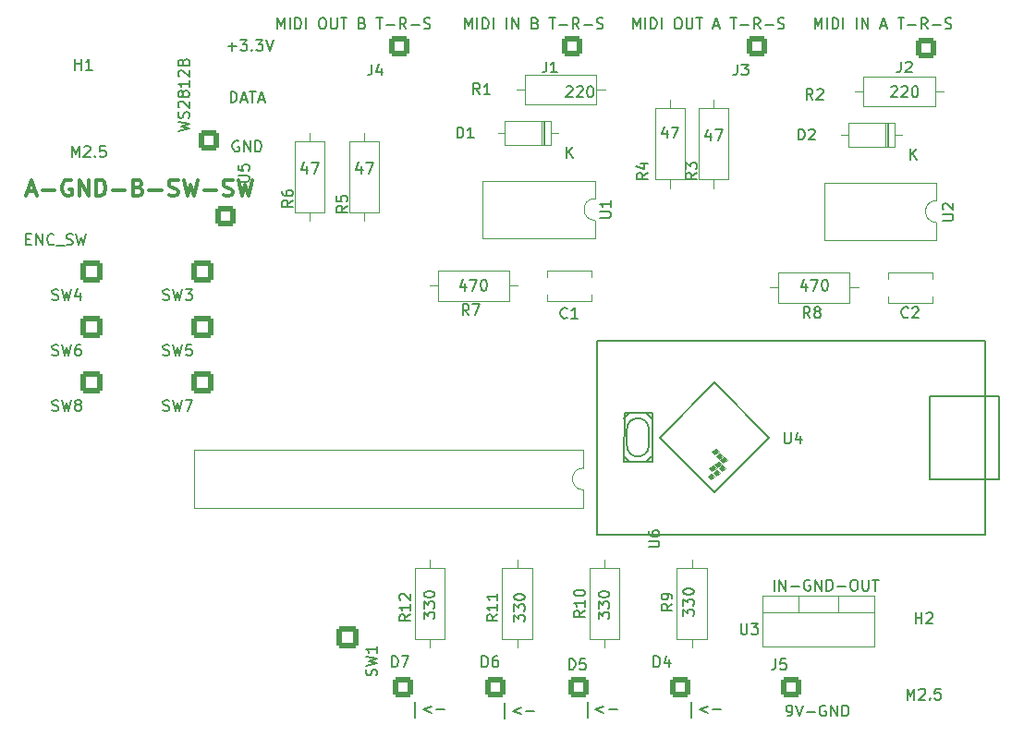
<source format=gto>
G04 #@! TF.GenerationSoftware,KiCad,Pcbnew,(6.0.5)*
G04 #@! TF.CreationDate,2022-05-27T12:20:46+02:00*
G04 #@! TF.ProjectId,midiperformer,6d696469-7065-4726-966f-726d65722e6b,rev?*
G04 #@! TF.SameCoordinates,Original*
G04 #@! TF.FileFunction,Legend,Top*
G04 #@! TF.FilePolarity,Positive*
%FSLAX46Y46*%
G04 Gerber Fmt 4.6, Leading zero omitted, Abs format (unit mm)*
G04 Created by KiCad (PCBNEW (6.0.5)) date 2022-05-27 12:20:46*
%MOMM*%
%LPD*%
G01*
G04 APERTURE LIST*
G04 Aperture macros list*
%AMRoundRect*
0 Rectangle with rounded corners*
0 $1 Rounding radius*
0 $2 $3 $4 $5 $6 $7 $8 $9 X,Y pos of 4 corners*
0 Add a 4 corners polygon primitive as box body*
4,1,4,$2,$3,$4,$5,$6,$7,$8,$9,$2,$3,0*
0 Add four circle primitives for the rounded corners*
1,1,$1+$1,$2,$3*
1,1,$1+$1,$4,$5*
1,1,$1+$1,$6,$7*
1,1,$1+$1,$8,$9*
0 Add four rect primitives between the rounded corners*
20,1,$1+$1,$2,$3,$4,$5,0*
20,1,$1+$1,$4,$5,$6,$7,0*
20,1,$1+$1,$6,$7,$8,$9,0*
20,1,$1+$1,$8,$9,$2,$3,0*%
G04 Aperture macros list end*
%ADD10C,0.150000*%
%ADD11C,0.300000*%
%ADD12C,0.120000*%
%ADD13C,0.100000*%
%ADD14RoundRect,0.250000X0.750000X0.750000X-0.750000X0.750000X-0.750000X-0.750000X0.750000X-0.750000X0*%
%ADD15C,2.000000*%
%ADD16RoundRect,0.250000X0.675000X0.675000X-0.675000X0.675000X-0.675000X-0.675000X0.675000X-0.675000X0*%
%ADD17C,1.850000*%
%ADD18C,1.600000*%
%ADD19O,1.600000X1.600000*%
%ADD20C,4.500000*%
%ADD21R,1.600000X1.600000*%
%ADD22RoundRect,0.250000X-0.750000X0.750000X-0.750000X-0.750000X0.750000X-0.750000X0.750000X0.750000X0*%
%ADD23RoundRect,0.250000X-0.675000X-0.675000X0.675000X-0.675000X0.675000X0.675000X-0.675000X0.675000X0*%
%ADD24R,1.905000X2.000000*%
%ADD25O,1.905000X2.000000*%
%ADD26RoundRect,0.250000X0.675000X-0.675000X0.675000X0.675000X-0.675000X0.675000X-0.675000X-0.675000X0*%
G04 APERTURE END LIST*
D10*
X216961904Y-114585714D02*
X216961904Y-113157142D01*
X218438095Y-113585714D02*
X217676190Y-113871428D01*
X218438095Y-114157142D01*
X218914285Y-113871428D02*
X219676190Y-113871428D01*
X207461904Y-114585714D02*
X207461904Y-113157142D01*
X208938095Y-113585714D02*
X208176190Y-113871428D01*
X208938095Y-114157142D01*
X209414285Y-113871428D02*
X210176190Y-113871428D01*
X199861904Y-114685714D02*
X199861904Y-113257142D01*
X201338095Y-113685714D02*
X200576190Y-113971428D01*
X201338095Y-114257142D01*
X201814285Y-113971428D02*
X202576190Y-113971428D01*
X191661904Y-114585714D02*
X191661904Y-113157142D01*
X193138095Y-113585714D02*
X192376190Y-113871428D01*
X193138095Y-114157142D01*
X193614285Y-113871428D02*
X194376190Y-113871428D01*
D11*
X156150000Y-66350000D02*
X156864285Y-66350000D01*
X156007142Y-66778571D02*
X156507142Y-65278571D01*
X157007142Y-66778571D01*
X157507142Y-66207142D02*
X158650000Y-66207142D01*
X160150000Y-65350000D02*
X160007142Y-65278571D01*
X159792857Y-65278571D01*
X159578571Y-65350000D01*
X159435714Y-65492857D01*
X159364285Y-65635714D01*
X159292857Y-65921428D01*
X159292857Y-66135714D01*
X159364285Y-66421428D01*
X159435714Y-66564285D01*
X159578571Y-66707142D01*
X159792857Y-66778571D01*
X159935714Y-66778571D01*
X160150000Y-66707142D01*
X160221428Y-66635714D01*
X160221428Y-66135714D01*
X159935714Y-66135714D01*
X160864285Y-66778571D02*
X160864285Y-65278571D01*
X161721428Y-66778571D01*
X161721428Y-65278571D01*
X162435714Y-66778571D02*
X162435714Y-65278571D01*
X162792857Y-65278571D01*
X163007142Y-65350000D01*
X163150000Y-65492857D01*
X163221428Y-65635714D01*
X163292857Y-65921428D01*
X163292857Y-66135714D01*
X163221428Y-66421428D01*
X163150000Y-66564285D01*
X163007142Y-66707142D01*
X162792857Y-66778571D01*
X162435714Y-66778571D01*
X163935714Y-66207142D02*
X165078571Y-66207142D01*
X166292857Y-65992857D02*
X166507142Y-66064285D01*
X166578571Y-66135714D01*
X166650000Y-66278571D01*
X166650000Y-66492857D01*
X166578571Y-66635714D01*
X166507142Y-66707142D01*
X166364285Y-66778571D01*
X165792857Y-66778571D01*
X165792857Y-65278571D01*
X166292857Y-65278571D01*
X166435714Y-65350000D01*
X166507142Y-65421428D01*
X166578571Y-65564285D01*
X166578571Y-65707142D01*
X166507142Y-65850000D01*
X166435714Y-65921428D01*
X166292857Y-65992857D01*
X165792857Y-65992857D01*
X167292857Y-66207142D02*
X168435714Y-66207142D01*
X169078571Y-66707142D02*
X169292857Y-66778571D01*
X169650000Y-66778571D01*
X169792857Y-66707142D01*
X169864285Y-66635714D01*
X169935714Y-66492857D01*
X169935714Y-66350000D01*
X169864285Y-66207142D01*
X169792857Y-66135714D01*
X169650000Y-66064285D01*
X169364285Y-65992857D01*
X169221428Y-65921428D01*
X169150000Y-65850000D01*
X169078571Y-65707142D01*
X169078571Y-65564285D01*
X169150000Y-65421428D01*
X169221428Y-65350000D01*
X169364285Y-65278571D01*
X169721428Y-65278571D01*
X169935714Y-65350000D01*
X170435714Y-65278571D02*
X170792857Y-66778571D01*
X171078571Y-65707142D01*
X171364285Y-66778571D01*
X171721428Y-65278571D01*
X172292857Y-66207142D02*
X173435714Y-66207142D01*
X174078571Y-66707142D02*
X174292857Y-66778571D01*
X174650000Y-66778571D01*
X174792857Y-66707142D01*
X174864285Y-66635714D01*
X174935714Y-66492857D01*
X174935714Y-66350000D01*
X174864285Y-66207142D01*
X174792857Y-66135714D01*
X174650000Y-66064285D01*
X174364285Y-65992857D01*
X174221428Y-65921428D01*
X174150000Y-65850000D01*
X174078571Y-65707142D01*
X174078571Y-65564285D01*
X174150000Y-65421428D01*
X174221428Y-65350000D01*
X174364285Y-65278571D01*
X174721428Y-65278571D01*
X174935714Y-65350000D01*
X175435714Y-65278571D02*
X175792857Y-66778571D01*
X176078571Y-65707142D01*
X176364285Y-66778571D01*
X176721428Y-65278571D01*
D10*
X192452380Y-105535714D02*
X192452380Y-104916666D01*
X192833333Y-105250000D01*
X192833333Y-105107142D01*
X192880952Y-105011904D01*
X192928571Y-104964285D01*
X193023809Y-104916666D01*
X193261904Y-104916666D01*
X193357142Y-104964285D01*
X193404761Y-105011904D01*
X193452380Y-105107142D01*
X193452380Y-105392857D01*
X193404761Y-105488095D01*
X193357142Y-105535714D01*
X192452380Y-104583333D02*
X192452380Y-103964285D01*
X192833333Y-104297619D01*
X192833333Y-104154761D01*
X192880952Y-104059523D01*
X192928571Y-104011904D01*
X193023809Y-103964285D01*
X193261904Y-103964285D01*
X193357142Y-104011904D01*
X193404761Y-104059523D01*
X193452380Y-104154761D01*
X193452380Y-104440476D01*
X193404761Y-104535714D01*
X193357142Y-104583333D01*
X192452380Y-103345238D02*
X192452380Y-103250000D01*
X192500000Y-103154761D01*
X192547619Y-103107142D01*
X192642857Y-103059523D01*
X192833333Y-103011904D01*
X193071428Y-103011904D01*
X193261904Y-103059523D01*
X193357142Y-103107142D01*
X193404761Y-103154761D01*
X193452380Y-103250000D01*
X193452380Y-103345238D01*
X193404761Y-103440476D01*
X193357142Y-103488095D01*
X193261904Y-103535714D01*
X193071428Y-103583333D01*
X192833333Y-103583333D01*
X192642857Y-103535714D01*
X192547619Y-103488095D01*
X192500000Y-103440476D01*
X192452380Y-103345238D01*
X205511904Y-56797619D02*
X205559523Y-56750000D01*
X205654761Y-56702380D01*
X205892857Y-56702380D01*
X205988095Y-56750000D01*
X206035714Y-56797619D01*
X206083333Y-56892857D01*
X206083333Y-56988095D01*
X206035714Y-57130952D01*
X205464285Y-57702380D01*
X206083333Y-57702380D01*
X206464285Y-56797619D02*
X206511904Y-56750000D01*
X206607142Y-56702380D01*
X206845238Y-56702380D01*
X206940476Y-56750000D01*
X206988095Y-56797619D01*
X207035714Y-56892857D01*
X207035714Y-56988095D01*
X206988095Y-57130952D01*
X206416666Y-57702380D01*
X207035714Y-57702380D01*
X207654761Y-56702380D02*
X207750000Y-56702380D01*
X207845238Y-56750000D01*
X207892857Y-56797619D01*
X207940476Y-56892857D01*
X207988095Y-57083333D01*
X207988095Y-57321428D01*
X207940476Y-57511904D01*
X207892857Y-57607142D01*
X207845238Y-57654761D01*
X207750000Y-57702380D01*
X207654761Y-57702380D01*
X207559523Y-57654761D01*
X207511904Y-57607142D01*
X207464285Y-57511904D01*
X207416666Y-57321428D01*
X207416666Y-57083333D01*
X207464285Y-56892857D01*
X207511904Y-56797619D01*
X207559523Y-56750000D01*
X207654761Y-56702380D01*
X160226190Y-63202380D02*
X160226190Y-62202380D01*
X160559523Y-62916666D01*
X160892857Y-62202380D01*
X160892857Y-63202380D01*
X161321428Y-62297619D02*
X161369047Y-62250000D01*
X161464285Y-62202380D01*
X161702380Y-62202380D01*
X161797619Y-62250000D01*
X161845238Y-62297619D01*
X161892857Y-62392857D01*
X161892857Y-62488095D01*
X161845238Y-62630952D01*
X161273809Y-63202380D01*
X161892857Y-63202380D01*
X162321428Y-63107142D02*
X162369047Y-63154761D01*
X162321428Y-63202380D01*
X162273809Y-63154761D01*
X162321428Y-63107142D01*
X162321428Y-63202380D01*
X163273809Y-62202380D02*
X162797619Y-62202380D01*
X162750000Y-62678571D01*
X162797619Y-62630952D01*
X162892857Y-62583333D01*
X163130952Y-62583333D01*
X163226190Y-62630952D01*
X163273809Y-62678571D01*
X163321428Y-62773809D01*
X163321428Y-63011904D01*
X163273809Y-63107142D01*
X163226190Y-63154761D01*
X163130952Y-63202380D01*
X162892857Y-63202380D01*
X162797619Y-63154761D01*
X162750000Y-63107142D01*
X208452380Y-105535714D02*
X208452380Y-104916666D01*
X208833333Y-105250000D01*
X208833333Y-105107142D01*
X208880952Y-105011904D01*
X208928571Y-104964285D01*
X209023809Y-104916666D01*
X209261904Y-104916666D01*
X209357142Y-104964285D01*
X209404761Y-105011904D01*
X209452380Y-105107142D01*
X209452380Y-105392857D01*
X209404761Y-105488095D01*
X209357142Y-105535714D01*
X208452380Y-104583333D02*
X208452380Y-103964285D01*
X208833333Y-104297619D01*
X208833333Y-104154761D01*
X208880952Y-104059523D01*
X208928571Y-104011904D01*
X209023809Y-103964285D01*
X209261904Y-103964285D01*
X209357142Y-104011904D01*
X209404761Y-104059523D01*
X209452380Y-104154761D01*
X209452380Y-104440476D01*
X209404761Y-104535714D01*
X209357142Y-104583333D01*
X208452380Y-103345238D02*
X208452380Y-103250000D01*
X208500000Y-103154761D01*
X208547619Y-103107142D01*
X208642857Y-103059523D01*
X208833333Y-103011904D01*
X209071428Y-103011904D01*
X209261904Y-103059523D01*
X209357142Y-103107142D01*
X209404761Y-103154761D01*
X209452380Y-103250000D01*
X209452380Y-103345238D01*
X209404761Y-103440476D01*
X209357142Y-103488095D01*
X209261904Y-103535714D01*
X209071428Y-103583333D01*
X208833333Y-103583333D01*
X208642857Y-103535714D01*
X208547619Y-103488095D01*
X208500000Y-103440476D01*
X208452380Y-103345238D01*
X225738095Y-114452380D02*
X225928571Y-114452380D01*
X226023809Y-114404761D01*
X226071428Y-114357142D01*
X226166666Y-114214285D01*
X226214285Y-114023809D01*
X226214285Y-113642857D01*
X226166666Y-113547619D01*
X226119047Y-113500000D01*
X226023809Y-113452380D01*
X225833333Y-113452380D01*
X225738095Y-113500000D01*
X225690476Y-113547619D01*
X225642857Y-113642857D01*
X225642857Y-113880952D01*
X225690476Y-113976190D01*
X225738095Y-114023809D01*
X225833333Y-114071428D01*
X226023809Y-114071428D01*
X226119047Y-114023809D01*
X226166666Y-113976190D01*
X226214285Y-113880952D01*
X226500000Y-113452380D02*
X226833333Y-114452380D01*
X227166666Y-113452380D01*
X227500000Y-114071428D02*
X228261904Y-114071428D01*
X229261904Y-113500000D02*
X229166666Y-113452380D01*
X229023809Y-113452380D01*
X228880952Y-113500000D01*
X228785714Y-113595238D01*
X228738095Y-113690476D01*
X228690476Y-113880952D01*
X228690476Y-114023809D01*
X228738095Y-114214285D01*
X228785714Y-114309523D01*
X228880952Y-114404761D01*
X229023809Y-114452380D01*
X229119047Y-114452380D01*
X229261904Y-114404761D01*
X229309523Y-114357142D01*
X229309523Y-114023809D01*
X229119047Y-114023809D01*
X229738095Y-114452380D02*
X229738095Y-113452380D01*
X230309523Y-114452380D01*
X230309523Y-113452380D01*
X230785714Y-114452380D02*
X230785714Y-113452380D01*
X231023809Y-113452380D01*
X231166666Y-113500000D01*
X231261904Y-113595238D01*
X231309523Y-113690476D01*
X231357142Y-113880952D01*
X231357142Y-114023809D01*
X231309523Y-114214285D01*
X231261904Y-114309523D01*
X231166666Y-114404761D01*
X231023809Y-114452380D01*
X230785714Y-114452380D01*
X227488095Y-74785714D02*
X227488095Y-75452380D01*
X227250000Y-74404761D02*
X227011904Y-75119047D01*
X227630952Y-75119047D01*
X227916666Y-74452380D02*
X228583333Y-74452380D01*
X228154761Y-75452380D01*
X229154761Y-74452380D02*
X229250000Y-74452380D01*
X229345238Y-74500000D01*
X229392857Y-74547619D01*
X229440476Y-74642857D01*
X229488095Y-74833333D01*
X229488095Y-75071428D01*
X229440476Y-75261904D01*
X229392857Y-75357142D01*
X229345238Y-75404761D01*
X229250000Y-75452380D01*
X229154761Y-75452380D01*
X229059523Y-75404761D01*
X229011904Y-75357142D01*
X228964285Y-75261904D01*
X228916666Y-75071428D01*
X228916666Y-74833333D01*
X228964285Y-74642857D01*
X229011904Y-74547619D01*
X229059523Y-74500000D01*
X229154761Y-74452380D01*
X196238095Y-74785714D02*
X196238095Y-75452380D01*
X196000000Y-74404761D02*
X195761904Y-75119047D01*
X196380952Y-75119047D01*
X196666666Y-74452380D02*
X197333333Y-74452380D01*
X196904761Y-75452380D01*
X197904761Y-74452380D02*
X198000000Y-74452380D01*
X198095238Y-74500000D01*
X198142857Y-74547619D01*
X198190476Y-74642857D01*
X198238095Y-74833333D01*
X198238095Y-75071428D01*
X198190476Y-75261904D01*
X198142857Y-75357142D01*
X198095238Y-75404761D01*
X198000000Y-75452380D01*
X197904761Y-75452380D01*
X197809523Y-75404761D01*
X197761904Y-75357142D01*
X197714285Y-75261904D01*
X197666666Y-75071428D01*
X197666666Y-74833333D01*
X197714285Y-74642857D01*
X197761904Y-74547619D01*
X197809523Y-74500000D01*
X197904761Y-74452380D01*
X228261904Y-51452380D02*
X228261904Y-50452380D01*
X228595238Y-51166666D01*
X228928571Y-50452380D01*
X228928571Y-51452380D01*
X229404761Y-51452380D02*
X229404761Y-50452380D01*
X229880952Y-51452380D02*
X229880952Y-50452380D01*
X230119047Y-50452380D01*
X230261904Y-50500000D01*
X230357142Y-50595238D01*
X230404761Y-50690476D01*
X230452380Y-50880952D01*
X230452380Y-51023809D01*
X230404761Y-51214285D01*
X230357142Y-51309523D01*
X230261904Y-51404761D01*
X230119047Y-51452380D01*
X229880952Y-51452380D01*
X230880952Y-51452380D02*
X230880952Y-50452380D01*
X232119047Y-51452380D02*
X232119047Y-50452380D01*
X232595238Y-51452380D02*
X232595238Y-50452380D01*
X233166666Y-51452380D01*
X233166666Y-50452380D01*
X234357142Y-51166666D02*
X234833333Y-51166666D01*
X234261904Y-51452380D02*
X234595238Y-50452380D01*
X234928571Y-51452380D01*
X235880952Y-50452380D02*
X236452380Y-50452380D01*
X236166666Y-51452380D02*
X236166666Y-50452380D01*
X236785714Y-51071428D02*
X237547619Y-51071428D01*
X238595238Y-51452380D02*
X238261904Y-50976190D01*
X238023809Y-51452380D02*
X238023809Y-50452380D01*
X238404761Y-50452380D01*
X238500000Y-50500000D01*
X238547619Y-50547619D01*
X238595238Y-50642857D01*
X238595238Y-50785714D01*
X238547619Y-50880952D01*
X238500000Y-50928571D01*
X238404761Y-50976190D01*
X238023809Y-50976190D01*
X239023809Y-51071428D02*
X239785714Y-51071428D01*
X240214285Y-51404761D02*
X240357142Y-51452380D01*
X240595238Y-51452380D01*
X240690476Y-51404761D01*
X240738095Y-51357142D01*
X240785714Y-51261904D01*
X240785714Y-51166666D01*
X240738095Y-51071428D01*
X240690476Y-51023809D01*
X240595238Y-50976190D01*
X240404761Y-50928571D01*
X240309523Y-50880952D01*
X240261904Y-50833333D01*
X240214285Y-50738095D01*
X240214285Y-50642857D01*
X240261904Y-50547619D01*
X240309523Y-50500000D01*
X240404761Y-50452380D01*
X240642857Y-50452380D01*
X240785714Y-50500000D01*
X175488095Y-61750000D02*
X175392857Y-61702380D01*
X175250000Y-61702380D01*
X175107142Y-61750000D01*
X175011904Y-61845238D01*
X174964285Y-61940476D01*
X174916666Y-62130952D01*
X174916666Y-62273809D01*
X174964285Y-62464285D01*
X175011904Y-62559523D01*
X175107142Y-62654761D01*
X175250000Y-62702380D01*
X175345238Y-62702380D01*
X175488095Y-62654761D01*
X175535714Y-62607142D01*
X175535714Y-62273809D01*
X175345238Y-62273809D01*
X175964285Y-62702380D02*
X175964285Y-61702380D01*
X176535714Y-62702380D01*
X176535714Y-61702380D01*
X177011904Y-62702380D02*
X177011904Y-61702380D01*
X177250000Y-61702380D01*
X177392857Y-61750000D01*
X177488095Y-61845238D01*
X177535714Y-61940476D01*
X177583333Y-62130952D01*
X177583333Y-62273809D01*
X177535714Y-62464285D01*
X177488095Y-62559523D01*
X177392857Y-62654761D01*
X177250000Y-62702380D01*
X177011904Y-62702380D01*
X218714285Y-61035714D02*
X218714285Y-61702380D01*
X218476190Y-60654761D02*
X218238095Y-61369047D01*
X218857142Y-61369047D01*
X219142857Y-60702380D02*
X219809523Y-60702380D01*
X219380952Y-61702380D01*
X169952380Y-60809523D02*
X170952380Y-60571428D01*
X170238095Y-60380952D01*
X170952380Y-60190476D01*
X169952380Y-59952380D01*
X170904761Y-59619047D02*
X170952380Y-59476190D01*
X170952380Y-59238095D01*
X170904761Y-59142857D01*
X170857142Y-59095238D01*
X170761904Y-59047619D01*
X170666666Y-59047619D01*
X170571428Y-59095238D01*
X170523809Y-59142857D01*
X170476190Y-59238095D01*
X170428571Y-59428571D01*
X170380952Y-59523809D01*
X170333333Y-59571428D01*
X170238095Y-59619047D01*
X170142857Y-59619047D01*
X170047619Y-59571428D01*
X170000000Y-59523809D01*
X169952380Y-59428571D01*
X169952380Y-59190476D01*
X170000000Y-59047619D01*
X170047619Y-58666666D02*
X170000000Y-58619047D01*
X169952380Y-58523809D01*
X169952380Y-58285714D01*
X170000000Y-58190476D01*
X170047619Y-58142857D01*
X170142857Y-58095238D01*
X170238095Y-58095238D01*
X170380952Y-58142857D01*
X170952380Y-58714285D01*
X170952380Y-58095238D01*
X170380952Y-57523809D02*
X170333333Y-57619047D01*
X170285714Y-57666666D01*
X170190476Y-57714285D01*
X170142857Y-57714285D01*
X170047619Y-57666666D01*
X170000000Y-57619047D01*
X169952380Y-57523809D01*
X169952380Y-57333333D01*
X170000000Y-57238095D01*
X170047619Y-57190476D01*
X170142857Y-57142857D01*
X170190476Y-57142857D01*
X170285714Y-57190476D01*
X170333333Y-57238095D01*
X170380952Y-57333333D01*
X170380952Y-57523809D01*
X170428571Y-57619047D01*
X170476190Y-57666666D01*
X170571428Y-57714285D01*
X170761904Y-57714285D01*
X170857142Y-57666666D01*
X170904761Y-57619047D01*
X170952380Y-57523809D01*
X170952380Y-57333333D01*
X170904761Y-57238095D01*
X170857142Y-57190476D01*
X170761904Y-57142857D01*
X170571428Y-57142857D01*
X170476190Y-57190476D01*
X170428571Y-57238095D01*
X170380952Y-57333333D01*
X170952380Y-56190476D02*
X170952380Y-56761904D01*
X170952380Y-56476190D02*
X169952380Y-56476190D01*
X170095238Y-56571428D01*
X170190476Y-56666666D01*
X170238095Y-56761904D01*
X170047619Y-55809523D02*
X170000000Y-55761904D01*
X169952380Y-55666666D01*
X169952380Y-55428571D01*
X170000000Y-55333333D01*
X170047619Y-55285714D01*
X170142857Y-55238095D01*
X170238095Y-55238095D01*
X170380952Y-55285714D01*
X170952380Y-55857142D01*
X170952380Y-55238095D01*
X170428571Y-54476190D02*
X170476190Y-54333333D01*
X170523809Y-54285714D01*
X170619047Y-54238095D01*
X170761904Y-54238095D01*
X170857142Y-54285714D01*
X170904761Y-54333333D01*
X170952380Y-54428571D01*
X170952380Y-54809523D01*
X169952380Y-54809523D01*
X169952380Y-54476190D01*
X170000000Y-54380952D01*
X170047619Y-54333333D01*
X170142857Y-54285714D01*
X170238095Y-54285714D01*
X170333333Y-54333333D01*
X170380952Y-54380952D01*
X170428571Y-54476190D01*
X170428571Y-54809523D01*
X174750000Y-58202380D02*
X174750000Y-57202380D01*
X174988095Y-57202380D01*
X175130952Y-57250000D01*
X175226190Y-57345238D01*
X175273809Y-57440476D01*
X175321428Y-57630952D01*
X175321428Y-57773809D01*
X175273809Y-57964285D01*
X175226190Y-58059523D01*
X175130952Y-58154761D01*
X174988095Y-58202380D01*
X174750000Y-58202380D01*
X175702380Y-57916666D02*
X176178571Y-57916666D01*
X175607142Y-58202380D02*
X175940476Y-57202380D01*
X176273809Y-58202380D01*
X176464285Y-57202380D02*
X177035714Y-57202380D01*
X176750000Y-58202380D02*
X176750000Y-57202380D01*
X177321428Y-57916666D02*
X177797619Y-57916666D01*
X177226190Y-58202380D02*
X177559523Y-57202380D01*
X177892857Y-58202380D01*
X216202380Y-105285714D02*
X216202380Y-104666666D01*
X216583333Y-105000000D01*
X216583333Y-104857142D01*
X216630952Y-104761904D01*
X216678571Y-104714285D01*
X216773809Y-104666666D01*
X217011904Y-104666666D01*
X217107142Y-104714285D01*
X217154761Y-104761904D01*
X217202380Y-104857142D01*
X217202380Y-105142857D01*
X217154761Y-105238095D01*
X217107142Y-105285714D01*
X216202380Y-104333333D02*
X216202380Y-103714285D01*
X216583333Y-104047619D01*
X216583333Y-103904761D01*
X216630952Y-103809523D01*
X216678571Y-103761904D01*
X216773809Y-103714285D01*
X217011904Y-103714285D01*
X217107142Y-103761904D01*
X217154761Y-103809523D01*
X217202380Y-103904761D01*
X217202380Y-104190476D01*
X217154761Y-104285714D01*
X217107142Y-104333333D01*
X216202380Y-103095238D02*
X216202380Y-103000000D01*
X216250000Y-102904761D01*
X216297619Y-102857142D01*
X216392857Y-102809523D01*
X216583333Y-102761904D01*
X216821428Y-102761904D01*
X217011904Y-102809523D01*
X217107142Y-102857142D01*
X217154761Y-102904761D01*
X217202380Y-103000000D01*
X217202380Y-103095238D01*
X217154761Y-103190476D01*
X217107142Y-103238095D01*
X217011904Y-103285714D01*
X216821428Y-103333333D01*
X216583333Y-103333333D01*
X216392857Y-103285714D01*
X216297619Y-103238095D01*
X216250000Y-103190476D01*
X216202380Y-103095238D01*
X214714285Y-60785714D02*
X214714285Y-61452380D01*
X214476190Y-60404761D02*
X214238095Y-61119047D01*
X214857142Y-61119047D01*
X215142857Y-60452380D02*
X215809523Y-60452380D01*
X215380952Y-61452380D01*
X174500000Y-53071428D02*
X175261904Y-53071428D01*
X174880952Y-53452380D02*
X174880952Y-52690476D01*
X175642857Y-52452380D02*
X176261904Y-52452380D01*
X175928571Y-52833333D01*
X176071428Y-52833333D01*
X176166666Y-52880952D01*
X176214285Y-52928571D01*
X176261904Y-53023809D01*
X176261904Y-53261904D01*
X176214285Y-53357142D01*
X176166666Y-53404761D01*
X176071428Y-53452380D01*
X175785714Y-53452380D01*
X175690476Y-53404761D01*
X175642857Y-53357142D01*
X176690476Y-53357142D02*
X176738095Y-53404761D01*
X176690476Y-53452380D01*
X176642857Y-53404761D01*
X176690476Y-53357142D01*
X176690476Y-53452380D01*
X177071428Y-52452380D02*
X177690476Y-52452380D01*
X177357142Y-52833333D01*
X177500000Y-52833333D01*
X177595238Y-52880952D01*
X177642857Y-52928571D01*
X177690476Y-53023809D01*
X177690476Y-53261904D01*
X177642857Y-53357142D01*
X177595238Y-53404761D01*
X177500000Y-53452380D01*
X177214285Y-53452380D01*
X177119047Y-53404761D01*
X177071428Y-53357142D01*
X177976190Y-52452380D02*
X178309523Y-53452380D01*
X178642857Y-52452380D01*
X186714285Y-64035714D02*
X186714285Y-64702380D01*
X186476190Y-63654761D02*
X186238095Y-64369047D01*
X186857142Y-64369047D01*
X187142857Y-63702380D02*
X187809523Y-63702380D01*
X187380952Y-64702380D01*
X224535714Y-102952380D02*
X224535714Y-101952380D01*
X225011904Y-102952380D02*
X225011904Y-101952380D01*
X225583333Y-102952380D01*
X225583333Y-101952380D01*
X226059523Y-102571428D02*
X226821428Y-102571428D01*
X227821428Y-102000000D02*
X227726190Y-101952380D01*
X227583333Y-101952380D01*
X227440476Y-102000000D01*
X227345238Y-102095238D01*
X227297619Y-102190476D01*
X227250000Y-102380952D01*
X227250000Y-102523809D01*
X227297619Y-102714285D01*
X227345238Y-102809523D01*
X227440476Y-102904761D01*
X227583333Y-102952380D01*
X227678571Y-102952380D01*
X227821428Y-102904761D01*
X227869047Y-102857142D01*
X227869047Y-102523809D01*
X227678571Y-102523809D01*
X228297619Y-102952380D02*
X228297619Y-101952380D01*
X228869047Y-102952380D01*
X228869047Y-101952380D01*
X229345238Y-102952380D02*
X229345238Y-101952380D01*
X229583333Y-101952380D01*
X229726190Y-102000000D01*
X229821428Y-102095238D01*
X229869047Y-102190476D01*
X229916666Y-102380952D01*
X229916666Y-102523809D01*
X229869047Y-102714285D01*
X229821428Y-102809523D01*
X229726190Y-102904761D01*
X229583333Y-102952380D01*
X229345238Y-102952380D01*
X230345238Y-102571428D02*
X231107142Y-102571428D01*
X231773809Y-101952380D02*
X231964285Y-101952380D01*
X232059523Y-102000000D01*
X232154761Y-102095238D01*
X232202380Y-102285714D01*
X232202380Y-102619047D01*
X232154761Y-102809523D01*
X232059523Y-102904761D01*
X231964285Y-102952380D01*
X231773809Y-102952380D01*
X231678571Y-102904761D01*
X231583333Y-102809523D01*
X231535714Y-102619047D01*
X231535714Y-102285714D01*
X231583333Y-102095238D01*
X231678571Y-102000000D01*
X231773809Y-101952380D01*
X232630952Y-101952380D02*
X232630952Y-102761904D01*
X232678571Y-102857142D01*
X232726190Y-102904761D01*
X232821428Y-102952380D01*
X233011904Y-102952380D01*
X233107142Y-102904761D01*
X233154761Y-102857142D01*
X233202380Y-102761904D01*
X233202380Y-101952380D01*
X233535714Y-101952380D02*
X234107142Y-101952380D01*
X233821428Y-102952380D02*
X233821428Y-101952380D01*
X181714285Y-64035714D02*
X181714285Y-64702380D01*
X181476190Y-63654761D02*
X181238095Y-64369047D01*
X181857142Y-64369047D01*
X182142857Y-63702380D02*
X182809523Y-63702380D01*
X182380952Y-64702380D01*
X200702380Y-105785714D02*
X200702380Y-105166666D01*
X201083333Y-105500000D01*
X201083333Y-105357142D01*
X201130952Y-105261904D01*
X201178571Y-105214285D01*
X201273809Y-105166666D01*
X201511904Y-105166666D01*
X201607142Y-105214285D01*
X201654761Y-105261904D01*
X201702380Y-105357142D01*
X201702380Y-105642857D01*
X201654761Y-105738095D01*
X201607142Y-105785714D01*
X200702380Y-104833333D02*
X200702380Y-104214285D01*
X201083333Y-104547619D01*
X201083333Y-104404761D01*
X201130952Y-104309523D01*
X201178571Y-104261904D01*
X201273809Y-104214285D01*
X201511904Y-104214285D01*
X201607142Y-104261904D01*
X201654761Y-104309523D01*
X201702380Y-104404761D01*
X201702380Y-104690476D01*
X201654761Y-104785714D01*
X201607142Y-104833333D01*
X200702380Y-103595238D02*
X200702380Y-103500000D01*
X200750000Y-103404761D01*
X200797619Y-103357142D01*
X200892857Y-103309523D01*
X201083333Y-103261904D01*
X201321428Y-103261904D01*
X201511904Y-103309523D01*
X201607142Y-103357142D01*
X201654761Y-103404761D01*
X201702380Y-103500000D01*
X201702380Y-103595238D01*
X201654761Y-103690476D01*
X201607142Y-103738095D01*
X201511904Y-103785714D01*
X201321428Y-103833333D01*
X201083333Y-103833333D01*
X200892857Y-103785714D01*
X200797619Y-103738095D01*
X200750000Y-103690476D01*
X200702380Y-103595238D01*
X196190476Y-51452380D02*
X196190476Y-50452380D01*
X196523809Y-51166666D01*
X196857142Y-50452380D01*
X196857142Y-51452380D01*
X197333333Y-51452380D02*
X197333333Y-50452380D01*
X197809523Y-51452380D02*
X197809523Y-50452380D01*
X198047619Y-50452380D01*
X198190476Y-50500000D01*
X198285714Y-50595238D01*
X198333333Y-50690476D01*
X198380952Y-50880952D01*
X198380952Y-51023809D01*
X198333333Y-51214285D01*
X198285714Y-51309523D01*
X198190476Y-51404761D01*
X198047619Y-51452380D01*
X197809523Y-51452380D01*
X198809523Y-51452380D02*
X198809523Y-50452380D01*
X200047619Y-51452380D02*
X200047619Y-50452380D01*
X200523809Y-51452380D02*
X200523809Y-50452380D01*
X201095238Y-51452380D01*
X201095238Y-50452380D01*
X202666666Y-50928571D02*
X202809523Y-50976190D01*
X202857142Y-51023809D01*
X202904761Y-51119047D01*
X202904761Y-51261904D01*
X202857142Y-51357142D01*
X202809523Y-51404761D01*
X202714285Y-51452380D01*
X202333333Y-51452380D01*
X202333333Y-50452380D01*
X202666666Y-50452380D01*
X202761904Y-50500000D01*
X202809523Y-50547619D01*
X202857142Y-50642857D01*
X202857142Y-50738095D01*
X202809523Y-50833333D01*
X202761904Y-50880952D01*
X202666666Y-50928571D01*
X202333333Y-50928571D01*
X203952380Y-50452380D02*
X204523809Y-50452380D01*
X204238095Y-51452380D02*
X204238095Y-50452380D01*
X204857142Y-51071428D02*
X205619047Y-51071428D01*
X206666666Y-51452380D02*
X206333333Y-50976190D01*
X206095238Y-51452380D02*
X206095238Y-50452380D01*
X206476190Y-50452380D01*
X206571428Y-50500000D01*
X206619047Y-50547619D01*
X206666666Y-50642857D01*
X206666666Y-50785714D01*
X206619047Y-50880952D01*
X206571428Y-50928571D01*
X206476190Y-50976190D01*
X206095238Y-50976190D01*
X207095238Y-51071428D02*
X207857142Y-51071428D01*
X208285714Y-51404761D02*
X208428571Y-51452380D01*
X208666666Y-51452380D01*
X208761904Y-51404761D01*
X208809523Y-51357142D01*
X208857142Y-51261904D01*
X208857142Y-51166666D01*
X208809523Y-51071428D01*
X208761904Y-51023809D01*
X208666666Y-50976190D01*
X208476190Y-50928571D01*
X208380952Y-50880952D01*
X208333333Y-50833333D01*
X208285714Y-50738095D01*
X208285714Y-50642857D01*
X208333333Y-50547619D01*
X208380952Y-50500000D01*
X208476190Y-50452380D01*
X208714285Y-50452380D01*
X208857142Y-50500000D01*
X179023809Y-51452380D02*
X179023809Y-50452380D01*
X179357142Y-51166666D01*
X179690476Y-50452380D01*
X179690476Y-51452380D01*
X180166666Y-51452380D02*
X180166666Y-50452380D01*
X180642857Y-51452380D02*
X180642857Y-50452380D01*
X180880952Y-50452380D01*
X181023809Y-50500000D01*
X181119047Y-50595238D01*
X181166666Y-50690476D01*
X181214285Y-50880952D01*
X181214285Y-51023809D01*
X181166666Y-51214285D01*
X181119047Y-51309523D01*
X181023809Y-51404761D01*
X180880952Y-51452380D01*
X180642857Y-51452380D01*
X181642857Y-51452380D02*
X181642857Y-50452380D01*
X183071428Y-50452380D02*
X183261904Y-50452380D01*
X183357142Y-50500000D01*
X183452380Y-50595238D01*
X183500000Y-50785714D01*
X183500000Y-51119047D01*
X183452380Y-51309523D01*
X183357142Y-51404761D01*
X183261904Y-51452380D01*
X183071428Y-51452380D01*
X182976190Y-51404761D01*
X182880952Y-51309523D01*
X182833333Y-51119047D01*
X182833333Y-50785714D01*
X182880952Y-50595238D01*
X182976190Y-50500000D01*
X183071428Y-50452380D01*
X183928571Y-50452380D02*
X183928571Y-51261904D01*
X183976190Y-51357142D01*
X184023809Y-51404761D01*
X184119047Y-51452380D01*
X184309523Y-51452380D01*
X184404761Y-51404761D01*
X184452380Y-51357142D01*
X184500000Y-51261904D01*
X184500000Y-50452380D01*
X184833333Y-50452380D02*
X185404761Y-50452380D01*
X185119047Y-51452380D02*
X185119047Y-50452380D01*
X186833333Y-50928571D02*
X186976190Y-50976190D01*
X187023809Y-51023809D01*
X187071428Y-51119047D01*
X187071428Y-51261904D01*
X187023809Y-51357142D01*
X186976190Y-51404761D01*
X186880952Y-51452380D01*
X186500000Y-51452380D01*
X186500000Y-50452380D01*
X186833333Y-50452380D01*
X186928571Y-50500000D01*
X186976190Y-50547619D01*
X187023809Y-50642857D01*
X187023809Y-50738095D01*
X186976190Y-50833333D01*
X186928571Y-50880952D01*
X186833333Y-50928571D01*
X186500000Y-50928571D01*
X188119047Y-50452380D02*
X188690476Y-50452380D01*
X188404761Y-51452380D02*
X188404761Y-50452380D01*
X189023809Y-51071428D02*
X189785714Y-51071428D01*
X190833333Y-51452380D02*
X190500000Y-50976190D01*
X190261904Y-51452380D02*
X190261904Y-50452380D01*
X190642857Y-50452380D01*
X190738095Y-50500000D01*
X190785714Y-50547619D01*
X190833333Y-50642857D01*
X190833333Y-50785714D01*
X190785714Y-50880952D01*
X190738095Y-50928571D01*
X190642857Y-50976190D01*
X190261904Y-50976190D01*
X191261904Y-51071428D02*
X192023809Y-51071428D01*
X192452380Y-51404761D02*
X192595238Y-51452380D01*
X192833333Y-51452380D01*
X192928571Y-51404761D01*
X192976190Y-51357142D01*
X193023809Y-51261904D01*
X193023809Y-51166666D01*
X192976190Y-51071428D01*
X192928571Y-51023809D01*
X192833333Y-50976190D01*
X192642857Y-50928571D01*
X192547619Y-50880952D01*
X192500000Y-50833333D01*
X192452380Y-50738095D01*
X192452380Y-50642857D01*
X192500000Y-50547619D01*
X192547619Y-50500000D01*
X192642857Y-50452380D01*
X192880952Y-50452380D01*
X193023809Y-50500000D01*
X211595238Y-51452380D02*
X211595238Y-50452380D01*
X211928571Y-51166666D01*
X212261904Y-50452380D01*
X212261904Y-51452380D01*
X212738095Y-51452380D02*
X212738095Y-50452380D01*
X213214285Y-51452380D02*
X213214285Y-50452380D01*
X213452380Y-50452380D01*
X213595238Y-50500000D01*
X213690476Y-50595238D01*
X213738095Y-50690476D01*
X213785714Y-50880952D01*
X213785714Y-51023809D01*
X213738095Y-51214285D01*
X213690476Y-51309523D01*
X213595238Y-51404761D01*
X213452380Y-51452380D01*
X213214285Y-51452380D01*
X214214285Y-51452380D02*
X214214285Y-50452380D01*
X215642857Y-50452380D02*
X215833333Y-50452380D01*
X215928571Y-50500000D01*
X216023809Y-50595238D01*
X216071428Y-50785714D01*
X216071428Y-51119047D01*
X216023809Y-51309523D01*
X215928571Y-51404761D01*
X215833333Y-51452380D01*
X215642857Y-51452380D01*
X215547619Y-51404761D01*
X215452380Y-51309523D01*
X215404761Y-51119047D01*
X215404761Y-50785714D01*
X215452380Y-50595238D01*
X215547619Y-50500000D01*
X215642857Y-50452380D01*
X216500000Y-50452380D02*
X216500000Y-51261904D01*
X216547619Y-51357142D01*
X216595238Y-51404761D01*
X216690476Y-51452380D01*
X216880952Y-51452380D01*
X216976190Y-51404761D01*
X217023809Y-51357142D01*
X217071428Y-51261904D01*
X217071428Y-50452380D01*
X217404761Y-50452380D02*
X217976190Y-50452380D01*
X217690476Y-51452380D02*
X217690476Y-50452380D01*
X219023809Y-51166666D02*
X219500000Y-51166666D01*
X218928571Y-51452380D02*
X219261904Y-50452380D01*
X219595238Y-51452380D01*
X220547619Y-50452380D02*
X221119047Y-50452380D01*
X220833333Y-51452380D02*
X220833333Y-50452380D01*
X221452380Y-51071428D02*
X222214285Y-51071428D01*
X223261904Y-51452380D02*
X222928571Y-50976190D01*
X222690476Y-51452380D02*
X222690476Y-50452380D01*
X223071428Y-50452380D01*
X223166666Y-50500000D01*
X223214285Y-50547619D01*
X223261904Y-50642857D01*
X223261904Y-50785714D01*
X223214285Y-50880952D01*
X223166666Y-50928571D01*
X223071428Y-50976190D01*
X222690476Y-50976190D01*
X223690476Y-51071428D02*
X224452380Y-51071428D01*
X224880952Y-51404761D02*
X225023809Y-51452380D01*
X225261904Y-51452380D01*
X225357142Y-51404761D01*
X225404761Y-51357142D01*
X225452380Y-51261904D01*
X225452380Y-51166666D01*
X225404761Y-51071428D01*
X225357142Y-51023809D01*
X225261904Y-50976190D01*
X225071428Y-50928571D01*
X224976190Y-50880952D01*
X224928571Y-50833333D01*
X224880952Y-50738095D01*
X224880952Y-50642857D01*
X224928571Y-50547619D01*
X224976190Y-50500000D01*
X225071428Y-50452380D01*
X225309523Y-50452380D01*
X225452380Y-50500000D01*
X235261904Y-56797619D02*
X235309523Y-56750000D01*
X235404761Y-56702380D01*
X235642857Y-56702380D01*
X235738095Y-56750000D01*
X235785714Y-56797619D01*
X235833333Y-56892857D01*
X235833333Y-56988095D01*
X235785714Y-57130952D01*
X235214285Y-57702380D01*
X235833333Y-57702380D01*
X236214285Y-56797619D02*
X236261904Y-56750000D01*
X236357142Y-56702380D01*
X236595238Y-56702380D01*
X236690476Y-56750000D01*
X236738095Y-56797619D01*
X236785714Y-56892857D01*
X236785714Y-56988095D01*
X236738095Y-57130952D01*
X236166666Y-57702380D01*
X236785714Y-57702380D01*
X237404761Y-56702380D02*
X237500000Y-56702380D01*
X237595238Y-56750000D01*
X237642857Y-56797619D01*
X237690476Y-56892857D01*
X237738095Y-57083333D01*
X237738095Y-57321428D01*
X237690476Y-57511904D01*
X237642857Y-57607142D01*
X237595238Y-57654761D01*
X237500000Y-57702380D01*
X237404761Y-57702380D01*
X237309523Y-57654761D01*
X237261904Y-57607142D01*
X237214285Y-57511904D01*
X237166666Y-57321428D01*
X237166666Y-57083333D01*
X237214285Y-56892857D01*
X237261904Y-56797619D01*
X237309523Y-56750000D01*
X237404761Y-56702380D01*
X236726190Y-112952380D02*
X236726190Y-111952380D01*
X237059523Y-112666666D01*
X237392857Y-111952380D01*
X237392857Y-112952380D01*
X237821428Y-112047619D02*
X237869047Y-112000000D01*
X237964285Y-111952380D01*
X238202380Y-111952380D01*
X238297619Y-112000000D01*
X238345238Y-112047619D01*
X238392857Y-112142857D01*
X238392857Y-112238095D01*
X238345238Y-112380952D01*
X237773809Y-112952380D01*
X238392857Y-112952380D01*
X238821428Y-112857142D02*
X238869047Y-112904761D01*
X238821428Y-112952380D01*
X238773809Y-112904761D01*
X238821428Y-112857142D01*
X238821428Y-112952380D01*
X239773809Y-111952380D02*
X239297619Y-111952380D01*
X239250000Y-112428571D01*
X239297619Y-112380952D01*
X239392857Y-112333333D01*
X239630952Y-112333333D01*
X239726190Y-112380952D01*
X239773809Y-112428571D01*
X239821428Y-112523809D01*
X239821428Y-112761904D01*
X239773809Y-112857142D01*
X239726190Y-112904761D01*
X239630952Y-112952380D01*
X239392857Y-112952380D01*
X239297619Y-112904761D01*
X239250000Y-112857142D01*
X158396666Y-86424761D02*
X158539523Y-86472380D01*
X158777619Y-86472380D01*
X158872857Y-86424761D01*
X158920476Y-86377142D01*
X158968095Y-86281904D01*
X158968095Y-86186666D01*
X158920476Y-86091428D01*
X158872857Y-86043809D01*
X158777619Y-85996190D01*
X158587142Y-85948571D01*
X158491904Y-85900952D01*
X158444285Y-85853333D01*
X158396666Y-85758095D01*
X158396666Y-85662857D01*
X158444285Y-85567619D01*
X158491904Y-85520000D01*
X158587142Y-85472380D01*
X158825238Y-85472380D01*
X158968095Y-85520000D01*
X159301428Y-85472380D02*
X159539523Y-86472380D01*
X159730000Y-85758095D01*
X159920476Y-86472380D01*
X160158571Y-85472380D01*
X160682380Y-85900952D02*
X160587142Y-85853333D01*
X160539523Y-85805714D01*
X160491904Y-85710476D01*
X160491904Y-85662857D01*
X160539523Y-85567619D01*
X160587142Y-85520000D01*
X160682380Y-85472380D01*
X160872857Y-85472380D01*
X160968095Y-85520000D01*
X161015714Y-85567619D01*
X161063333Y-85662857D01*
X161063333Y-85710476D01*
X161015714Y-85805714D01*
X160968095Y-85853333D01*
X160872857Y-85900952D01*
X160682380Y-85900952D01*
X160587142Y-85948571D01*
X160539523Y-85996190D01*
X160491904Y-86091428D01*
X160491904Y-86281904D01*
X160539523Y-86377142D01*
X160587142Y-86424761D01*
X160682380Y-86472380D01*
X160872857Y-86472380D01*
X160968095Y-86424761D01*
X161015714Y-86377142D01*
X161063333Y-86281904D01*
X161063333Y-86091428D01*
X161015714Y-85996190D01*
X160968095Y-85948571D01*
X160872857Y-85900952D01*
X168556666Y-86424761D02*
X168699523Y-86472380D01*
X168937619Y-86472380D01*
X169032857Y-86424761D01*
X169080476Y-86377142D01*
X169128095Y-86281904D01*
X169128095Y-86186666D01*
X169080476Y-86091428D01*
X169032857Y-86043809D01*
X168937619Y-85996190D01*
X168747142Y-85948571D01*
X168651904Y-85900952D01*
X168604285Y-85853333D01*
X168556666Y-85758095D01*
X168556666Y-85662857D01*
X168604285Y-85567619D01*
X168651904Y-85520000D01*
X168747142Y-85472380D01*
X168985238Y-85472380D01*
X169128095Y-85520000D01*
X169461428Y-85472380D02*
X169699523Y-86472380D01*
X169890000Y-85758095D01*
X170080476Y-86472380D01*
X170318571Y-85472380D01*
X170604285Y-85472380D02*
X171270952Y-85472380D01*
X170842380Y-86472380D01*
X158396666Y-81344761D02*
X158539523Y-81392380D01*
X158777619Y-81392380D01*
X158872857Y-81344761D01*
X158920476Y-81297142D01*
X158968095Y-81201904D01*
X158968095Y-81106666D01*
X158920476Y-81011428D01*
X158872857Y-80963809D01*
X158777619Y-80916190D01*
X158587142Y-80868571D01*
X158491904Y-80820952D01*
X158444285Y-80773333D01*
X158396666Y-80678095D01*
X158396666Y-80582857D01*
X158444285Y-80487619D01*
X158491904Y-80440000D01*
X158587142Y-80392380D01*
X158825238Y-80392380D01*
X158968095Y-80440000D01*
X159301428Y-80392380D02*
X159539523Y-81392380D01*
X159730000Y-80678095D01*
X159920476Y-81392380D01*
X160158571Y-80392380D01*
X160968095Y-80392380D02*
X160777619Y-80392380D01*
X160682380Y-80440000D01*
X160634761Y-80487619D01*
X160539523Y-80630476D01*
X160491904Y-80820952D01*
X160491904Y-81201904D01*
X160539523Y-81297142D01*
X160587142Y-81344761D01*
X160682380Y-81392380D01*
X160872857Y-81392380D01*
X160968095Y-81344761D01*
X161015714Y-81297142D01*
X161063333Y-81201904D01*
X161063333Y-80963809D01*
X161015714Y-80868571D01*
X160968095Y-80820952D01*
X160872857Y-80773333D01*
X160682380Y-80773333D01*
X160587142Y-80820952D01*
X160539523Y-80868571D01*
X160491904Y-80963809D01*
X168556666Y-81344761D02*
X168699523Y-81392380D01*
X168937619Y-81392380D01*
X169032857Y-81344761D01*
X169080476Y-81297142D01*
X169128095Y-81201904D01*
X169128095Y-81106666D01*
X169080476Y-81011428D01*
X169032857Y-80963809D01*
X168937619Y-80916190D01*
X168747142Y-80868571D01*
X168651904Y-80820952D01*
X168604285Y-80773333D01*
X168556666Y-80678095D01*
X168556666Y-80582857D01*
X168604285Y-80487619D01*
X168651904Y-80440000D01*
X168747142Y-80392380D01*
X168985238Y-80392380D01*
X169128095Y-80440000D01*
X169461428Y-80392380D02*
X169699523Y-81392380D01*
X169890000Y-80678095D01*
X170080476Y-81392380D01*
X170318571Y-80392380D01*
X171175714Y-80392380D02*
X170699523Y-80392380D01*
X170651904Y-80868571D01*
X170699523Y-80820952D01*
X170794761Y-80773333D01*
X171032857Y-80773333D01*
X171128095Y-80820952D01*
X171175714Y-80868571D01*
X171223333Y-80963809D01*
X171223333Y-81201904D01*
X171175714Y-81297142D01*
X171128095Y-81344761D01*
X171032857Y-81392380D01*
X170794761Y-81392380D01*
X170699523Y-81344761D01*
X170651904Y-81297142D01*
X158396666Y-76264761D02*
X158539523Y-76312380D01*
X158777619Y-76312380D01*
X158872857Y-76264761D01*
X158920476Y-76217142D01*
X158968095Y-76121904D01*
X158968095Y-76026666D01*
X158920476Y-75931428D01*
X158872857Y-75883809D01*
X158777619Y-75836190D01*
X158587142Y-75788571D01*
X158491904Y-75740952D01*
X158444285Y-75693333D01*
X158396666Y-75598095D01*
X158396666Y-75502857D01*
X158444285Y-75407619D01*
X158491904Y-75360000D01*
X158587142Y-75312380D01*
X158825238Y-75312380D01*
X158968095Y-75360000D01*
X159301428Y-75312380D02*
X159539523Y-76312380D01*
X159730000Y-75598095D01*
X159920476Y-76312380D01*
X160158571Y-75312380D01*
X160968095Y-75645714D02*
X160968095Y-76312380D01*
X160730000Y-75264761D02*
X160491904Y-75979047D01*
X161110952Y-75979047D01*
X168556666Y-76264761D02*
X168699523Y-76312380D01*
X168937619Y-76312380D01*
X169032857Y-76264761D01*
X169080476Y-76217142D01*
X169128095Y-76121904D01*
X169128095Y-76026666D01*
X169080476Y-75931428D01*
X169032857Y-75883809D01*
X168937619Y-75836190D01*
X168747142Y-75788571D01*
X168651904Y-75740952D01*
X168604285Y-75693333D01*
X168556666Y-75598095D01*
X168556666Y-75502857D01*
X168604285Y-75407619D01*
X168651904Y-75360000D01*
X168747142Y-75312380D01*
X168985238Y-75312380D01*
X169128095Y-75360000D01*
X169461428Y-75312380D02*
X169699523Y-76312380D01*
X169890000Y-75598095D01*
X170080476Y-76312380D01*
X170318571Y-75312380D01*
X170604285Y-75312380D02*
X171223333Y-75312380D01*
X170890000Y-75693333D01*
X171032857Y-75693333D01*
X171128095Y-75740952D01*
X171175714Y-75788571D01*
X171223333Y-75883809D01*
X171223333Y-76121904D01*
X171175714Y-76217142D01*
X171128095Y-76264761D01*
X171032857Y-76312380D01*
X170747142Y-76312380D01*
X170651904Y-76264761D01*
X170604285Y-76217142D01*
X156033333Y-70728571D02*
X156366666Y-70728571D01*
X156509523Y-71252380D02*
X156033333Y-71252380D01*
X156033333Y-70252380D01*
X156509523Y-70252380D01*
X156938095Y-71252380D02*
X156938095Y-70252380D01*
X157509523Y-71252380D01*
X157509523Y-70252380D01*
X158557142Y-71157142D02*
X158509523Y-71204761D01*
X158366666Y-71252380D01*
X158271428Y-71252380D01*
X158128571Y-71204761D01*
X158033333Y-71109523D01*
X157985714Y-71014285D01*
X157938095Y-70823809D01*
X157938095Y-70680952D01*
X157985714Y-70490476D01*
X158033333Y-70395238D01*
X158128571Y-70300000D01*
X158271428Y-70252380D01*
X158366666Y-70252380D01*
X158509523Y-70300000D01*
X158557142Y-70347619D01*
X158747619Y-71347619D02*
X159509523Y-71347619D01*
X159700000Y-71204761D02*
X159842857Y-71252380D01*
X160080952Y-71252380D01*
X160176190Y-71204761D01*
X160223809Y-71157142D01*
X160271428Y-71061904D01*
X160271428Y-70966666D01*
X160223809Y-70871428D01*
X160176190Y-70823809D01*
X160080952Y-70776190D01*
X159890476Y-70728571D01*
X159795238Y-70680952D01*
X159747619Y-70633333D01*
X159700000Y-70538095D01*
X159700000Y-70442857D01*
X159747619Y-70347619D01*
X159795238Y-70300000D01*
X159890476Y-70252380D01*
X160128571Y-70252380D01*
X160271428Y-70300000D01*
X160604761Y-70252380D02*
X160842857Y-71252380D01*
X161033333Y-70538095D01*
X161223809Y-71252380D01*
X161461904Y-70252380D01*
X212952380Y-64666666D02*
X212476190Y-65000000D01*
X212952380Y-65238095D02*
X211952380Y-65238095D01*
X211952380Y-64857142D01*
X212000000Y-64761904D01*
X212047619Y-64714285D01*
X212142857Y-64666666D01*
X212285714Y-64666666D01*
X212380952Y-64714285D01*
X212428571Y-64761904D01*
X212476190Y-64857142D01*
X212476190Y-65238095D01*
X212285714Y-63809523D02*
X212952380Y-63809523D01*
X211904761Y-64047619D02*
X212619047Y-64285714D01*
X212619047Y-63666666D01*
X237488095Y-105952380D02*
X237488095Y-104952380D01*
X237488095Y-105428571D02*
X238059523Y-105428571D01*
X238059523Y-105952380D02*
X238059523Y-104952380D01*
X238488095Y-105047619D02*
X238535714Y-105000000D01*
X238630952Y-104952380D01*
X238869047Y-104952380D01*
X238964285Y-105000000D01*
X239011904Y-105047619D01*
X239059523Y-105142857D01*
X239059523Y-105238095D01*
X239011904Y-105380952D01*
X238440476Y-105952380D01*
X239059523Y-105952380D01*
X160488095Y-55202380D02*
X160488095Y-54202380D01*
X160488095Y-54678571D02*
X161059523Y-54678571D01*
X161059523Y-55202380D02*
X161059523Y-54202380D01*
X162059523Y-55202380D02*
X161488095Y-55202380D01*
X161773809Y-55202380D02*
X161773809Y-54202380D01*
X161678571Y-54345238D01*
X161583333Y-54440476D01*
X161488095Y-54488095D01*
X187666666Y-54702380D02*
X187666666Y-55416666D01*
X187619047Y-55559523D01*
X187523809Y-55654761D01*
X187380952Y-55702380D01*
X187285714Y-55702380D01*
X188571428Y-55035714D02*
X188571428Y-55702380D01*
X188333333Y-54654761D02*
X188095238Y-55369047D01*
X188714285Y-55369047D01*
X207202380Y-104782857D02*
X206726190Y-105116190D01*
X207202380Y-105354285D02*
X206202380Y-105354285D01*
X206202380Y-104973333D01*
X206250000Y-104878095D01*
X206297619Y-104830476D01*
X206392857Y-104782857D01*
X206535714Y-104782857D01*
X206630952Y-104830476D01*
X206678571Y-104878095D01*
X206726190Y-104973333D01*
X206726190Y-105354285D01*
X207202380Y-103830476D02*
X207202380Y-104401904D01*
X207202380Y-104116190D02*
X206202380Y-104116190D01*
X206345238Y-104211428D01*
X206440476Y-104306666D01*
X206488095Y-104401904D01*
X206202380Y-103211428D02*
X206202380Y-103116190D01*
X206250000Y-103020952D01*
X206297619Y-102973333D01*
X206392857Y-102925714D01*
X206583333Y-102878095D01*
X206821428Y-102878095D01*
X207011904Y-102925714D01*
X207107142Y-102973333D01*
X207154761Y-103020952D01*
X207202380Y-103116190D01*
X207202380Y-103211428D01*
X207154761Y-103306666D01*
X207107142Y-103354285D01*
X207011904Y-103401904D01*
X206821428Y-103449523D01*
X206583333Y-103449523D01*
X206392857Y-103401904D01*
X206297619Y-103354285D01*
X206250000Y-103306666D01*
X206202380Y-103211428D01*
X215202380Y-104166666D02*
X214726190Y-104500000D01*
X215202380Y-104738095D02*
X214202380Y-104738095D01*
X214202380Y-104357142D01*
X214250000Y-104261904D01*
X214297619Y-104214285D01*
X214392857Y-104166666D01*
X214535714Y-104166666D01*
X214630952Y-104214285D01*
X214678571Y-104261904D01*
X214726190Y-104357142D01*
X214726190Y-104738095D01*
X215202380Y-103690476D02*
X215202380Y-103500000D01*
X215154761Y-103404761D01*
X215107142Y-103357142D01*
X214964285Y-103261904D01*
X214773809Y-103214285D01*
X214392857Y-103214285D01*
X214297619Y-103261904D01*
X214250000Y-103309523D01*
X214202380Y-103404761D01*
X214202380Y-103595238D01*
X214250000Y-103690476D01*
X214297619Y-103738095D01*
X214392857Y-103785714D01*
X214630952Y-103785714D01*
X214726190Y-103738095D01*
X214773809Y-103690476D01*
X214821428Y-103595238D01*
X214821428Y-103404761D01*
X214773809Y-103309523D01*
X214726190Y-103261904D01*
X214630952Y-103214285D01*
X195511904Y-61452380D02*
X195511904Y-60452380D01*
X195750000Y-60452380D01*
X195892857Y-60500000D01*
X195988095Y-60595238D01*
X196035714Y-60690476D01*
X196083333Y-60880952D01*
X196083333Y-61023809D01*
X196035714Y-61214285D01*
X195988095Y-61309523D01*
X195892857Y-61404761D01*
X195750000Y-61452380D01*
X195511904Y-61452380D01*
X197035714Y-61452380D02*
X196464285Y-61452380D01*
X196750000Y-61452380D02*
X196750000Y-60452380D01*
X196654761Y-60595238D01*
X196559523Y-60690476D01*
X196464285Y-60738095D01*
X205548095Y-63252380D02*
X205548095Y-62252380D01*
X206119523Y-63252380D02*
X205690952Y-62680952D01*
X206119523Y-62252380D02*
X205548095Y-62823809D01*
X227833333Y-77952380D02*
X227500000Y-77476190D01*
X227261904Y-77952380D02*
X227261904Y-76952380D01*
X227642857Y-76952380D01*
X227738095Y-77000000D01*
X227785714Y-77047619D01*
X227833333Y-77142857D01*
X227833333Y-77285714D01*
X227785714Y-77380952D01*
X227738095Y-77428571D01*
X227642857Y-77476190D01*
X227261904Y-77476190D01*
X228404761Y-77380952D02*
X228309523Y-77333333D01*
X228261904Y-77285714D01*
X228214285Y-77190476D01*
X228214285Y-77142857D01*
X228261904Y-77047619D01*
X228309523Y-77000000D01*
X228404761Y-76952380D01*
X228595238Y-76952380D01*
X228690476Y-77000000D01*
X228738095Y-77047619D01*
X228785714Y-77142857D01*
X228785714Y-77190476D01*
X228738095Y-77285714D01*
X228690476Y-77333333D01*
X228595238Y-77380952D01*
X228404761Y-77380952D01*
X228309523Y-77428571D01*
X228261904Y-77476190D01*
X228214285Y-77571428D01*
X228214285Y-77761904D01*
X228261904Y-77857142D01*
X228309523Y-77904761D01*
X228404761Y-77952380D01*
X228595238Y-77952380D01*
X228690476Y-77904761D01*
X228738095Y-77857142D01*
X228785714Y-77761904D01*
X228785714Y-77571428D01*
X228738095Y-77476190D01*
X228690476Y-77428571D01*
X228595238Y-77380952D01*
X221166666Y-54702380D02*
X221166666Y-55416666D01*
X221119047Y-55559523D01*
X221023809Y-55654761D01*
X220880952Y-55702380D01*
X220785714Y-55702380D01*
X221547619Y-54702380D02*
X222166666Y-54702380D01*
X221833333Y-55083333D01*
X221976190Y-55083333D01*
X222071428Y-55130952D01*
X222119047Y-55178571D01*
X222166666Y-55273809D01*
X222166666Y-55511904D01*
X222119047Y-55607142D01*
X222071428Y-55654761D01*
X221976190Y-55702380D01*
X221690476Y-55702380D01*
X221595238Y-55654761D01*
X221547619Y-55607142D01*
X197583333Y-57452380D02*
X197250000Y-56976190D01*
X197011904Y-57452380D02*
X197011904Y-56452380D01*
X197392857Y-56452380D01*
X197488095Y-56500000D01*
X197535714Y-56547619D01*
X197583333Y-56642857D01*
X197583333Y-56785714D01*
X197535714Y-56880952D01*
X197488095Y-56928571D01*
X197392857Y-56976190D01*
X197011904Y-56976190D01*
X198535714Y-57452380D02*
X197964285Y-57452380D01*
X198250000Y-57452380D02*
X198250000Y-56452380D01*
X198154761Y-56595238D01*
X198059523Y-56690476D01*
X197964285Y-56738095D01*
X185452380Y-67666666D02*
X184976190Y-68000000D01*
X185452380Y-68238095D02*
X184452380Y-68238095D01*
X184452380Y-67857142D01*
X184500000Y-67761904D01*
X184547619Y-67714285D01*
X184642857Y-67666666D01*
X184785714Y-67666666D01*
X184880952Y-67714285D01*
X184928571Y-67761904D01*
X184976190Y-67857142D01*
X184976190Y-68238095D01*
X184452380Y-66761904D02*
X184452380Y-67238095D01*
X184928571Y-67285714D01*
X184880952Y-67238095D01*
X184833333Y-67142857D01*
X184833333Y-66904761D01*
X184880952Y-66809523D01*
X184928571Y-66761904D01*
X185023809Y-66714285D01*
X185261904Y-66714285D01*
X185357142Y-66761904D01*
X185404761Y-66809523D01*
X185452380Y-66904761D01*
X185452380Y-67142857D01*
X185404761Y-67238095D01*
X185357142Y-67285714D01*
X180452380Y-67166666D02*
X179976190Y-67500000D01*
X180452380Y-67738095D02*
X179452380Y-67738095D01*
X179452380Y-67357142D01*
X179500000Y-67261904D01*
X179547619Y-67214285D01*
X179642857Y-67166666D01*
X179785714Y-67166666D01*
X179880952Y-67214285D01*
X179928571Y-67261904D01*
X179976190Y-67357142D01*
X179976190Y-67738095D01*
X179452380Y-66309523D02*
X179452380Y-66500000D01*
X179500000Y-66595238D01*
X179547619Y-66642857D01*
X179690476Y-66738095D01*
X179880952Y-66785714D01*
X180261904Y-66785714D01*
X180357142Y-66738095D01*
X180404761Y-66690476D01*
X180452380Y-66595238D01*
X180452380Y-66404761D01*
X180404761Y-66309523D01*
X180357142Y-66261904D01*
X180261904Y-66214285D01*
X180023809Y-66214285D01*
X179928571Y-66261904D01*
X179880952Y-66309523D01*
X179833333Y-66404761D01*
X179833333Y-66595238D01*
X179880952Y-66690476D01*
X179928571Y-66738095D01*
X180023809Y-66785714D01*
X203666666Y-54452380D02*
X203666666Y-55166666D01*
X203619047Y-55309523D01*
X203523809Y-55404761D01*
X203380952Y-55452380D01*
X203285714Y-55452380D01*
X204666666Y-55452380D02*
X204095238Y-55452380D01*
X204380952Y-55452380D02*
X204380952Y-54452380D01*
X204285714Y-54595238D01*
X204190476Y-54690476D01*
X204095238Y-54738095D01*
X225488095Y-88452380D02*
X225488095Y-89261904D01*
X225535714Y-89357142D01*
X225583333Y-89404761D01*
X225678571Y-89452380D01*
X225869047Y-89452380D01*
X225964285Y-89404761D01*
X226011904Y-89357142D01*
X226059523Y-89261904D01*
X226059523Y-88452380D01*
X226964285Y-88785714D02*
X226964285Y-89452380D01*
X226726190Y-88404761D02*
X226488095Y-89119047D01*
X227107142Y-89119047D01*
X236166666Y-54452380D02*
X236166666Y-55166666D01*
X236119047Y-55309523D01*
X236023809Y-55404761D01*
X235880952Y-55452380D01*
X235785714Y-55452380D01*
X236595238Y-54547619D02*
X236642857Y-54500000D01*
X236738095Y-54452380D01*
X236976190Y-54452380D01*
X237071428Y-54500000D01*
X237119047Y-54547619D01*
X237166666Y-54642857D01*
X237166666Y-54738095D01*
X237119047Y-54880952D01*
X236547619Y-55452380D01*
X237166666Y-55452380D01*
X228083333Y-57952380D02*
X227750000Y-57476190D01*
X227511904Y-57952380D02*
X227511904Y-56952380D01*
X227892857Y-56952380D01*
X227988095Y-57000000D01*
X228035714Y-57047619D01*
X228083333Y-57142857D01*
X228083333Y-57285714D01*
X228035714Y-57380952D01*
X227988095Y-57428571D01*
X227892857Y-57476190D01*
X227511904Y-57476190D01*
X228464285Y-57047619D02*
X228511904Y-57000000D01*
X228607142Y-56952380D01*
X228845238Y-56952380D01*
X228940476Y-57000000D01*
X228988095Y-57047619D01*
X229035714Y-57142857D01*
X229035714Y-57238095D01*
X228988095Y-57380952D01*
X228416666Y-57952380D01*
X229035714Y-57952380D01*
X188104761Y-110733333D02*
X188152380Y-110590476D01*
X188152380Y-110352380D01*
X188104761Y-110257142D01*
X188057142Y-110209523D01*
X187961904Y-110161904D01*
X187866666Y-110161904D01*
X187771428Y-110209523D01*
X187723809Y-110257142D01*
X187676190Y-110352380D01*
X187628571Y-110542857D01*
X187580952Y-110638095D01*
X187533333Y-110685714D01*
X187438095Y-110733333D01*
X187342857Y-110733333D01*
X187247619Y-110685714D01*
X187200000Y-110638095D01*
X187152380Y-110542857D01*
X187152380Y-110304761D01*
X187200000Y-110161904D01*
X187152380Y-109828571D02*
X188152380Y-109590476D01*
X187438095Y-109400000D01*
X188152380Y-109209523D01*
X187152380Y-108971428D01*
X188152380Y-108066666D02*
X188152380Y-108638095D01*
X188152380Y-108352380D02*
X187152380Y-108352380D01*
X187295238Y-108447619D01*
X187390476Y-108542857D01*
X187438095Y-108638095D01*
X213511904Y-109952380D02*
X213511904Y-108952380D01*
X213750000Y-108952380D01*
X213892857Y-109000000D01*
X213988095Y-109095238D01*
X214035714Y-109190476D01*
X214083333Y-109380952D01*
X214083333Y-109523809D01*
X214035714Y-109714285D01*
X213988095Y-109809523D01*
X213892857Y-109904761D01*
X213750000Y-109952380D01*
X213511904Y-109952380D01*
X214940476Y-109285714D02*
X214940476Y-109952380D01*
X214702380Y-108904761D02*
X214464285Y-109619047D01*
X215083333Y-109619047D01*
X205583333Y-77907142D02*
X205535714Y-77954761D01*
X205392857Y-78002380D01*
X205297619Y-78002380D01*
X205154761Y-77954761D01*
X205059523Y-77859523D01*
X205011904Y-77764285D01*
X204964285Y-77573809D01*
X204964285Y-77430952D01*
X205011904Y-77240476D01*
X205059523Y-77145238D01*
X205154761Y-77050000D01*
X205297619Y-77002380D01*
X205392857Y-77002380D01*
X205535714Y-77050000D01*
X205583333Y-77097619D01*
X206535714Y-78002380D02*
X205964285Y-78002380D01*
X206250000Y-78002380D02*
X206250000Y-77002380D01*
X206154761Y-77145238D01*
X206059523Y-77240476D01*
X205964285Y-77288095D01*
X239952380Y-69011904D02*
X240761904Y-69011904D01*
X240857142Y-68964285D01*
X240904761Y-68916666D01*
X240952380Y-68821428D01*
X240952380Y-68630952D01*
X240904761Y-68535714D01*
X240857142Y-68488095D01*
X240761904Y-68440476D01*
X239952380Y-68440476D01*
X240047619Y-68011904D02*
X240000000Y-67964285D01*
X239952380Y-67869047D01*
X239952380Y-67630952D01*
X240000000Y-67535714D01*
X240047619Y-67488095D01*
X240142857Y-67440476D01*
X240238095Y-67440476D01*
X240380952Y-67488095D01*
X240952380Y-68059523D01*
X240952380Y-67440476D01*
X217452380Y-64666666D02*
X216976190Y-65000000D01*
X217452380Y-65238095D02*
X216452380Y-65238095D01*
X216452380Y-64857142D01*
X216500000Y-64761904D01*
X216547619Y-64714285D01*
X216642857Y-64666666D01*
X216785714Y-64666666D01*
X216880952Y-64714285D01*
X216928571Y-64761904D01*
X216976190Y-64857142D01*
X216976190Y-65238095D01*
X216452380Y-64333333D02*
X216452380Y-63714285D01*
X216833333Y-64047619D01*
X216833333Y-63904761D01*
X216880952Y-63809523D01*
X216928571Y-63761904D01*
X217023809Y-63714285D01*
X217261904Y-63714285D01*
X217357142Y-63761904D01*
X217404761Y-63809523D01*
X217452380Y-63904761D01*
X217452380Y-64190476D01*
X217404761Y-64285714D01*
X217357142Y-64333333D01*
X226761904Y-61632380D02*
X226761904Y-60632380D01*
X227000000Y-60632380D01*
X227142857Y-60680000D01*
X227238095Y-60775238D01*
X227285714Y-60870476D01*
X227333333Y-61060952D01*
X227333333Y-61203809D01*
X227285714Y-61394285D01*
X227238095Y-61489523D01*
X227142857Y-61584761D01*
X227000000Y-61632380D01*
X226761904Y-61632380D01*
X227714285Y-60727619D02*
X227761904Y-60680000D01*
X227857142Y-60632380D01*
X228095238Y-60632380D01*
X228190476Y-60680000D01*
X228238095Y-60727619D01*
X228285714Y-60822857D01*
X228285714Y-60918095D01*
X228238095Y-61060952D01*
X227666666Y-61632380D01*
X228285714Y-61632380D01*
X237018095Y-63432380D02*
X237018095Y-62432380D01*
X237589523Y-63432380D02*
X237160952Y-62860952D01*
X237589523Y-62432380D02*
X237018095Y-63003809D01*
X205761904Y-110202380D02*
X205761904Y-109202380D01*
X206000000Y-109202380D01*
X206142857Y-109250000D01*
X206238095Y-109345238D01*
X206285714Y-109440476D01*
X206333333Y-109630952D01*
X206333333Y-109773809D01*
X206285714Y-109964285D01*
X206238095Y-110059523D01*
X206142857Y-110154761D01*
X206000000Y-110202380D01*
X205761904Y-110202380D01*
X207238095Y-109202380D02*
X206761904Y-109202380D01*
X206714285Y-109678571D01*
X206761904Y-109630952D01*
X206857142Y-109583333D01*
X207095238Y-109583333D01*
X207190476Y-109630952D01*
X207238095Y-109678571D01*
X207285714Y-109773809D01*
X207285714Y-110011904D01*
X207238095Y-110107142D01*
X207190476Y-110154761D01*
X207095238Y-110202380D01*
X206857142Y-110202380D01*
X206761904Y-110154761D01*
X206714285Y-110107142D01*
X197761904Y-109952380D02*
X197761904Y-108952380D01*
X198000000Y-108952380D01*
X198142857Y-109000000D01*
X198238095Y-109095238D01*
X198285714Y-109190476D01*
X198333333Y-109380952D01*
X198333333Y-109523809D01*
X198285714Y-109714285D01*
X198238095Y-109809523D01*
X198142857Y-109904761D01*
X198000000Y-109952380D01*
X197761904Y-109952380D01*
X199190476Y-108952380D02*
X199000000Y-108952380D01*
X198904761Y-109000000D01*
X198857142Y-109047619D01*
X198761904Y-109190476D01*
X198714285Y-109380952D01*
X198714285Y-109761904D01*
X198761904Y-109857142D01*
X198809523Y-109904761D01*
X198904761Y-109952380D01*
X199095238Y-109952380D01*
X199190476Y-109904761D01*
X199238095Y-109857142D01*
X199285714Y-109761904D01*
X199285714Y-109523809D01*
X199238095Y-109428571D01*
X199190476Y-109380952D01*
X199095238Y-109333333D01*
X198904761Y-109333333D01*
X198809523Y-109380952D01*
X198761904Y-109428571D01*
X198714285Y-109523809D01*
X221488095Y-105952380D02*
X221488095Y-106761904D01*
X221535714Y-106857142D01*
X221583333Y-106904761D01*
X221678571Y-106952380D01*
X221869047Y-106952380D01*
X221964285Y-106904761D01*
X222011904Y-106857142D01*
X222059523Y-106761904D01*
X222059523Y-105952380D01*
X222440476Y-105952380D02*
X223059523Y-105952380D01*
X222726190Y-106333333D01*
X222869047Y-106333333D01*
X222964285Y-106380952D01*
X223011904Y-106428571D01*
X223059523Y-106523809D01*
X223059523Y-106761904D01*
X223011904Y-106857142D01*
X222964285Y-106904761D01*
X222869047Y-106952380D01*
X222583333Y-106952380D01*
X222488095Y-106904761D01*
X222440476Y-106857142D01*
X191202380Y-105142857D02*
X190726190Y-105476190D01*
X191202380Y-105714285D02*
X190202380Y-105714285D01*
X190202380Y-105333333D01*
X190250000Y-105238095D01*
X190297619Y-105190476D01*
X190392857Y-105142857D01*
X190535714Y-105142857D01*
X190630952Y-105190476D01*
X190678571Y-105238095D01*
X190726190Y-105333333D01*
X190726190Y-105714285D01*
X191202380Y-104190476D02*
X191202380Y-104761904D01*
X191202380Y-104476190D02*
X190202380Y-104476190D01*
X190345238Y-104571428D01*
X190440476Y-104666666D01*
X190488095Y-104761904D01*
X190297619Y-103809523D02*
X190250000Y-103761904D01*
X190202380Y-103666666D01*
X190202380Y-103428571D01*
X190250000Y-103333333D01*
X190297619Y-103285714D01*
X190392857Y-103238095D01*
X190488095Y-103238095D01*
X190630952Y-103285714D01*
X191202380Y-103857142D01*
X191202380Y-103238095D01*
X236833333Y-77857142D02*
X236785714Y-77904761D01*
X236642857Y-77952380D01*
X236547619Y-77952380D01*
X236404761Y-77904761D01*
X236309523Y-77809523D01*
X236261904Y-77714285D01*
X236214285Y-77523809D01*
X236214285Y-77380952D01*
X236261904Y-77190476D01*
X236309523Y-77095238D01*
X236404761Y-77000000D01*
X236547619Y-76952380D01*
X236642857Y-76952380D01*
X236785714Y-77000000D01*
X236833333Y-77047619D01*
X237214285Y-77047619D02*
X237261904Y-77000000D01*
X237357142Y-76952380D01*
X237595238Y-76952380D01*
X237690476Y-77000000D01*
X237738095Y-77047619D01*
X237785714Y-77142857D01*
X237785714Y-77238095D01*
X237738095Y-77380952D01*
X237166666Y-77952380D01*
X237785714Y-77952380D01*
X199202380Y-105142857D02*
X198726190Y-105476190D01*
X199202380Y-105714285D02*
X198202380Y-105714285D01*
X198202380Y-105333333D01*
X198250000Y-105238095D01*
X198297619Y-105190476D01*
X198392857Y-105142857D01*
X198535714Y-105142857D01*
X198630952Y-105190476D01*
X198678571Y-105238095D01*
X198726190Y-105333333D01*
X198726190Y-105714285D01*
X199202380Y-104190476D02*
X199202380Y-104761904D01*
X199202380Y-104476190D02*
X198202380Y-104476190D01*
X198345238Y-104571428D01*
X198440476Y-104666666D01*
X198488095Y-104761904D01*
X199202380Y-103238095D02*
X199202380Y-103809523D01*
X199202380Y-103523809D02*
X198202380Y-103523809D01*
X198345238Y-103619047D01*
X198440476Y-103714285D01*
X198488095Y-103809523D01*
X196583333Y-77702380D02*
X196250000Y-77226190D01*
X196011904Y-77702380D02*
X196011904Y-76702380D01*
X196392857Y-76702380D01*
X196488095Y-76750000D01*
X196535714Y-76797619D01*
X196583333Y-76892857D01*
X196583333Y-77035714D01*
X196535714Y-77130952D01*
X196488095Y-77178571D01*
X196392857Y-77226190D01*
X196011904Y-77226190D01*
X196916666Y-76702380D02*
X197583333Y-76702380D01*
X197154761Y-77702380D01*
X175452380Y-65461904D02*
X176261904Y-65461904D01*
X176357142Y-65414285D01*
X176404761Y-65366666D01*
X176452380Y-65271428D01*
X176452380Y-65080952D01*
X176404761Y-64985714D01*
X176357142Y-64938095D01*
X176261904Y-64890476D01*
X175452380Y-64890476D01*
X175452380Y-63938095D02*
X175452380Y-64414285D01*
X175928571Y-64461904D01*
X175880952Y-64414285D01*
X175833333Y-64319047D01*
X175833333Y-64080952D01*
X175880952Y-63985714D01*
X175928571Y-63938095D01*
X176023809Y-63890476D01*
X176261904Y-63890476D01*
X176357142Y-63938095D01*
X176404761Y-63985714D01*
X176452380Y-64080952D01*
X176452380Y-64319047D01*
X176404761Y-64414285D01*
X176357142Y-64461904D01*
X189511904Y-109952380D02*
X189511904Y-108952380D01*
X189750000Y-108952380D01*
X189892857Y-109000000D01*
X189988095Y-109095238D01*
X190035714Y-109190476D01*
X190083333Y-109380952D01*
X190083333Y-109523809D01*
X190035714Y-109714285D01*
X189988095Y-109809523D01*
X189892857Y-109904761D01*
X189750000Y-109952380D01*
X189511904Y-109952380D01*
X190416666Y-108952380D02*
X191083333Y-108952380D01*
X190654761Y-109952380D01*
X224666666Y-109202380D02*
X224666666Y-109916666D01*
X224619047Y-110059523D01*
X224523809Y-110154761D01*
X224380952Y-110202380D01*
X224285714Y-110202380D01*
X225619047Y-109202380D02*
X225142857Y-109202380D01*
X225095238Y-109678571D01*
X225142857Y-109630952D01*
X225238095Y-109583333D01*
X225476190Y-109583333D01*
X225571428Y-109630952D01*
X225619047Y-109678571D01*
X225666666Y-109773809D01*
X225666666Y-110011904D01*
X225619047Y-110107142D01*
X225571428Y-110154761D01*
X225476190Y-110202380D01*
X225238095Y-110202380D01*
X225142857Y-110154761D01*
X225095238Y-110107142D01*
X213022380Y-98971904D02*
X213831904Y-98971904D01*
X213927142Y-98924285D01*
X213974761Y-98876666D01*
X214022380Y-98781428D01*
X214022380Y-98590952D01*
X213974761Y-98495714D01*
X213927142Y-98448095D01*
X213831904Y-98400476D01*
X213022380Y-98400476D01*
X213022380Y-97495714D02*
X213022380Y-97686190D01*
X213070000Y-97781428D01*
X213117619Y-97829047D01*
X213260476Y-97924285D01*
X213450952Y-97971904D01*
X213831904Y-97971904D01*
X213927142Y-97924285D01*
X213974761Y-97876666D01*
X214022380Y-97781428D01*
X214022380Y-97590952D01*
X213974761Y-97495714D01*
X213927142Y-97448095D01*
X213831904Y-97400476D01*
X213593809Y-97400476D01*
X213498571Y-97448095D01*
X213450952Y-97495714D01*
X213403333Y-97590952D01*
X213403333Y-97781428D01*
X213450952Y-97876666D01*
X213498571Y-97924285D01*
X213593809Y-97971904D01*
X208582380Y-68771904D02*
X209391904Y-68771904D01*
X209487142Y-68724285D01*
X209534761Y-68676666D01*
X209582380Y-68581428D01*
X209582380Y-68390952D01*
X209534761Y-68295714D01*
X209487142Y-68248095D01*
X209391904Y-68200476D01*
X208582380Y-68200476D01*
X209582380Y-67200476D02*
X209582380Y-67771904D01*
X209582380Y-67486190D02*
X208582380Y-67486190D01*
X208725238Y-67581428D01*
X208820476Y-67676666D01*
X208868095Y-67771904D01*
D12*
X213630000Y-58730000D02*
X213630000Y-65270000D01*
X216370000Y-58730000D02*
X213630000Y-58730000D01*
X215000000Y-57960000D02*
X215000000Y-58730000D01*
X215000000Y-66040000D02*
X215000000Y-65270000D01*
X216370000Y-65270000D02*
X216370000Y-58730000D01*
X213630000Y-65270000D02*
X216370000Y-65270000D01*
X209000000Y-100100000D02*
X209000000Y-100870000D01*
X209000000Y-108180000D02*
X209000000Y-107410000D01*
X210370000Y-107410000D02*
X210370000Y-100870000D01*
X210370000Y-100870000D02*
X207630000Y-100870000D01*
X207630000Y-100870000D02*
X207630000Y-107410000D01*
X207630000Y-107410000D02*
X210370000Y-107410000D01*
X218370000Y-100870000D02*
X215630000Y-100870000D01*
X218370000Y-107410000D02*
X218370000Y-100870000D01*
X215630000Y-107410000D02*
X218370000Y-107410000D01*
X215630000Y-100870000D02*
X215630000Y-107410000D01*
X217000000Y-100100000D02*
X217000000Y-100870000D01*
X217000000Y-108180000D02*
X217000000Y-107410000D01*
X203400000Y-62120000D02*
X203400000Y-59880000D01*
X199880000Y-62120000D02*
X204120000Y-62120000D01*
X204770000Y-61000000D02*
X204120000Y-61000000D01*
X203280000Y-62120000D02*
X203280000Y-59880000D01*
X199880000Y-59880000D02*
X199880000Y-62120000D01*
X199230000Y-61000000D02*
X199880000Y-61000000D01*
X203520000Y-62120000D02*
X203520000Y-59880000D01*
X204120000Y-62120000D02*
X204120000Y-59880000D01*
X204120000Y-59880000D02*
X199880000Y-59880000D01*
X224160000Y-75180000D02*
X224930000Y-75180000D01*
X224930000Y-76550000D02*
X231470000Y-76550000D01*
X224930000Y-73810000D02*
X224930000Y-76550000D01*
X231470000Y-76550000D02*
X231470000Y-73810000D01*
X232240000Y-75180000D02*
X231470000Y-75180000D01*
X231470000Y-73810000D02*
X224930000Y-73810000D01*
X201730000Y-55630000D02*
X201730000Y-58370000D01*
X200960000Y-57000000D02*
X201730000Y-57000000D01*
X208270000Y-55630000D02*
X201730000Y-55630000D01*
X201730000Y-58370000D02*
X208270000Y-58370000D01*
X208270000Y-58370000D02*
X208270000Y-55630000D01*
X209040000Y-57000000D02*
X208270000Y-57000000D01*
X185630000Y-68270000D02*
X188370000Y-68270000D01*
X185630000Y-61730000D02*
X185630000Y-68270000D01*
X187000000Y-69040000D02*
X187000000Y-68270000D01*
X188370000Y-61730000D02*
X185630000Y-61730000D01*
X188370000Y-68270000D02*
X188370000Y-61730000D01*
X187000000Y-60960000D02*
X187000000Y-61730000D01*
X182000000Y-60960000D02*
X182000000Y-61730000D01*
X183370000Y-61730000D02*
X180630000Y-61730000D01*
X183370000Y-68270000D02*
X183370000Y-61730000D01*
X182000000Y-69040000D02*
X182000000Y-68270000D01*
X180630000Y-68270000D02*
X183370000Y-68270000D01*
X180630000Y-61730000D02*
X180630000Y-68270000D01*
D10*
X210810000Y-90650000D02*
X211310000Y-91150000D01*
X213360000Y-86650000D02*
X212810000Y-86650000D01*
X208280000Y-80010000D02*
X243840000Y-80010000D01*
X238760000Y-92710000D02*
X243840000Y-92710000D01*
X245110000Y-85090000D02*
X245110000Y-92710000D01*
X219060000Y-83900000D02*
X214060000Y-88900000D01*
X213310000Y-90650000D02*
X212810000Y-91150000D01*
X211310000Y-91150000D02*
X212810000Y-91150000D01*
X224060000Y-88900000D02*
X219060000Y-83900000D01*
X212810000Y-86650000D02*
X213310000Y-87150000D01*
X238760000Y-85090000D02*
X243840000Y-85090000D01*
X213060000Y-89650000D02*
X213060000Y-88150000D01*
X238760000Y-85090000D02*
X238760000Y-92710000D01*
X210810000Y-91150000D02*
X210820000Y-86650000D01*
X208280000Y-97790000D02*
X208280000Y-80010000D01*
X213360000Y-91150000D02*
X210820000Y-91150000D01*
X243840000Y-80010000D02*
X243840000Y-97790000D01*
X243840000Y-97790000D02*
X208280000Y-97790000D01*
X243840000Y-85090000D02*
X245110000Y-85090000D01*
X213360000Y-86650000D02*
X213360000Y-91150000D01*
X211060000Y-88150000D02*
X211060000Y-89650000D01*
X210820000Y-86650000D02*
X213360000Y-86650000D01*
X219060000Y-93900000D02*
X224060000Y-88900000D01*
X245110000Y-92710000D02*
X243840000Y-92710000D01*
X214060000Y-88900000D02*
X219060000Y-93900000D01*
X210810000Y-87150000D02*
X211310000Y-86650000D01*
X213060000Y-88150000D02*
G75*
G03*
X211060000Y-88150000I-1000000J0D01*
G01*
X211060000Y-89650000D02*
G75*
G03*
X213060000Y-89650000I1000000J0D01*
G01*
G36*
X219746000Y-91352000D02*
G01*
X219365000Y-91606000D01*
X219111000Y-91352000D01*
X219492000Y-91098000D01*
X219746000Y-91352000D01*
G37*
D13*
X219746000Y-91352000D02*
X219365000Y-91606000D01*
X219111000Y-91352000D01*
X219492000Y-91098000D01*
X219746000Y-91352000D01*
G36*
X220127000Y-91733000D02*
G01*
X219746000Y-91987000D01*
X219492000Y-91733000D01*
X219873000Y-91479000D01*
X220127000Y-91733000D01*
G37*
X220127000Y-91733000D02*
X219746000Y-91987000D01*
X219492000Y-91733000D01*
X219873000Y-91479000D01*
X220127000Y-91733000D01*
G36*
X219492000Y-90209000D02*
G01*
X219111000Y-90463000D01*
X218857000Y-90209000D01*
X219238000Y-89955000D01*
X219492000Y-90209000D01*
G37*
X219492000Y-90209000D02*
X219111000Y-90463000D01*
X218857000Y-90209000D01*
X219238000Y-89955000D01*
X219492000Y-90209000D01*
G36*
X219619000Y-92114000D02*
G01*
X219238000Y-92368000D01*
X218984000Y-92114000D01*
X219365000Y-91860000D01*
X219619000Y-92114000D01*
G37*
X219619000Y-92114000D02*
X219238000Y-92368000D01*
X218984000Y-92114000D01*
X219365000Y-91860000D01*
X219619000Y-92114000D01*
G36*
X219873000Y-90590000D02*
G01*
X219492000Y-90844000D01*
X219238000Y-90590000D01*
X219619000Y-90336000D01*
X219873000Y-90590000D01*
G37*
X219873000Y-90590000D02*
X219492000Y-90844000D01*
X219238000Y-90590000D01*
X219619000Y-90336000D01*
X219873000Y-90590000D01*
G36*
X220254000Y-90971000D02*
G01*
X219873000Y-91225000D01*
X219619000Y-90971000D01*
X220000000Y-90717000D01*
X220254000Y-90971000D01*
G37*
X220254000Y-90971000D02*
X219873000Y-91225000D01*
X219619000Y-90971000D01*
X220000000Y-90717000D01*
X220254000Y-90971000D01*
G36*
X219238000Y-91733000D02*
G01*
X218857000Y-91987000D01*
X218603000Y-91733000D01*
X218984000Y-91479000D01*
X219238000Y-91733000D01*
G37*
X219238000Y-91733000D02*
X218857000Y-91987000D01*
X218603000Y-91733000D01*
X218984000Y-91479000D01*
X219238000Y-91733000D01*
G36*
X219111000Y-92495000D02*
G01*
X218730000Y-92749000D01*
X218476000Y-92495000D01*
X218857000Y-92241000D01*
X219111000Y-92495000D01*
G37*
X219111000Y-92495000D02*
X218730000Y-92749000D01*
X218476000Y-92495000D01*
X218857000Y-92241000D01*
X219111000Y-92495000D01*
D12*
X231960000Y-57180000D02*
X232730000Y-57180000D01*
X239270000Y-55810000D02*
X232730000Y-55810000D01*
X232730000Y-55810000D02*
X232730000Y-58550000D01*
X232730000Y-58550000D02*
X239270000Y-58550000D01*
X239270000Y-58550000D02*
X239270000Y-55810000D01*
X240040000Y-57180000D02*
X239270000Y-57180000D01*
X207770000Y-73580000D02*
X203730000Y-73580000D01*
X207770000Y-76420000D02*
X207770000Y-75795000D01*
X207770000Y-74205000D02*
X207770000Y-73580000D01*
X203730000Y-76420000D02*
X203730000Y-75795000D01*
X203730000Y-74205000D02*
X203730000Y-73580000D01*
X207770000Y-76420000D02*
X203730000Y-76420000D01*
X229130000Y-70840000D02*
X239410000Y-70840000D01*
X239410000Y-65540000D02*
X229130000Y-65540000D01*
X229130000Y-65540000D02*
X229130000Y-70840000D01*
X239410000Y-70840000D02*
X239410000Y-69190000D01*
X239410000Y-67190000D02*
X239410000Y-65540000D01*
X239410000Y-67190000D02*
G75*
G03*
X239410000Y-69190000I0J-1000000D01*
G01*
X219000000Y-66040000D02*
X219000000Y-65270000D01*
X217630000Y-65270000D02*
X220370000Y-65270000D01*
X219000000Y-57960000D02*
X219000000Y-58730000D01*
X220370000Y-58730000D02*
X217630000Y-58730000D01*
X217630000Y-58730000D02*
X217630000Y-65270000D01*
X220370000Y-65270000D02*
X220370000Y-58730000D01*
X231350000Y-62300000D02*
X235590000Y-62300000D01*
X231350000Y-60060000D02*
X231350000Y-62300000D01*
X234990000Y-62300000D02*
X234990000Y-60060000D01*
X236240000Y-61180000D02*
X235590000Y-61180000D01*
X234870000Y-62300000D02*
X234870000Y-60060000D01*
X234750000Y-62300000D02*
X234750000Y-60060000D01*
X235590000Y-62300000D02*
X235590000Y-60060000D01*
X235590000Y-60060000D02*
X231350000Y-60060000D01*
X230700000Y-61180000D02*
X231350000Y-61180000D01*
X223480000Y-104920000D02*
X233720000Y-104920000D01*
X230451000Y-103410000D02*
X230451000Y-104920000D01*
X223480000Y-103410000D02*
X233720000Y-103410000D01*
X223480000Y-103410000D02*
X223480000Y-108051000D01*
X223480000Y-108051000D02*
X233720000Y-108051000D01*
X226750000Y-103410000D02*
X226750000Y-104920000D01*
X233720000Y-103410000D02*
X233720000Y-108051000D01*
X193000000Y-108180000D02*
X193000000Y-107410000D01*
X191630000Y-107410000D02*
X194370000Y-107410000D01*
X193000000Y-100100000D02*
X193000000Y-100870000D01*
X194370000Y-100870000D02*
X191630000Y-100870000D01*
X194370000Y-107410000D02*
X194370000Y-100870000D01*
X191630000Y-100870000D02*
X191630000Y-107410000D01*
X235010000Y-74385000D02*
X235010000Y-73760000D01*
X239050000Y-76600000D02*
X239050000Y-75975000D01*
X239050000Y-74385000D02*
X239050000Y-73760000D01*
X239050000Y-73760000D02*
X235010000Y-73760000D01*
X235010000Y-76600000D02*
X235010000Y-75975000D01*
X239050000Y-76600000D02*
X235010000Y-76600000D01*
X202370000Y-107410000D02*
X202370000Y-100870000D01*
X201000000Y-108180000D02*
X201000000Y-107410000D01*
X201000000Y-100100000D02*
X201000000Y-100870000D01*
X199630000Y-100870000D02*
X199630000Y-107410000D01*
X202370000Y-100870000D02*
X199630000Y-100870000D01*
X199630000Y-107410000D02*
X202370000Y-107410000D01*
X193730000Y-76370000D02*
X200270000Y-76370000D01*
X201040000Y-75000000D02*
X200270000Y-75000000D01*
X200270000Y-76370000D02*
X200270000Y-73630000D01*
X192960000Y-75000000D02*
X193730000Y-75000000D01*
X193730000Y-73630000D02*
X193730000Y-76370000D01*
X200270000Y-73630000D02*
X193730000Y-73630000D01*
X207070000Y-91710000D02*
X207070000Y-90060000D01*
X207070000Y-95360000D02*
X207070000Y-93710000D01*
X171390000Y-95360000D02*
X207070000Y-95360000D01*
X171390000Y-90060000D02*
X171390000Y-95360000D01*
X207070000Y-90060000D02*
X171390000Y-90060000D01*
X207070000Y-91710000D02*
G75*
G03*
X207070000Y-93710000I0J-1000000D01*
G01*
X208130000Y-65360000D02*
X197850000Y-65360000D01*
X208130000Y-67010000D02*
X208130000Y-65360000D01*
X197850000Y-70660000D02*
X208130000Y-70660000D01*
X208130000Y-70660000D02*
X208130000Y-69010000D01*
X197850000Y-65360000D02*
X197850000Y-70660000D01*
X208130000Y-67010000D02*
G75*
G03*
X208130000Y-69010000I0J-1000000D01*
G01*
%LPC*%
D14*
X161980000Y-83820000D03*
D15*
X157480000Y-83820000D03*
D14*
X172140000Y-83820000D03*
D15*
X167640000Y-83820000D03*
D14*
X161980000Y-78740000D03*
D15*
X157480000Y-78740000D03*
D14*
X172140000Y-78740000D03*
D15*
X167640000Y-78740000D03*
D14*
X161980000Y-73660000D03*
D15*
X157480000Y-73660000D03*
D14*
X172140000Y-73660000D03*
D15*
X167640000Y-73660000D03*
D16*
X174280000Y-68580000D03*
D17*
X170080000Y-68580000D03*
X165880000Y-68580000D03*
X161680000Y-68580000D03*
X157480000Y-68580000D03*
D18*
X215000000Y-67080000D03*
D19*
X215000000Y-56920000D03*
D20*
X238250000Y-108750000D03*
X161250000Y-58000000D03*
D16*
X190200000Y-53000000D03*
D17*
X186000000Y-53000000D03*
X181800000Y-53000000D03*
D18*
X209000000Y-99060000D03*
D19*
X209000000Y-109220000D03*
D18*
X217000000Y-99060000D03*
D19*
X217000000Y-109220000D03*
D21*
X205810000Y-61000000D03*
D19*
X198190000Y-61000000D03*
D18*
X233280000Y-75180000D03*
D19*
X223120000Y-75180000D03*
D16*
X223000000Y-53000000D03*
D17*
X218800000Y-53000000D03*
X214600000Y-53000000D03*
D18*
X199920000Y-57000000D03*
D19*
X210080000Y-57000000D03*
D18*
X187000000Y-59920000D03*
D19*
X187000000Y-70080000D03*
D18*
X182000000Y-70080000D03*
D19*
X182000000Y-59920000D03*
D16*
X206000000Y-53000000D03*
D17*
X201800000Y-53000000D03*
X197600000Y-53000000D03*
D21*
X242570000Y-81280000D03*
D18*
X240030000Y-81280000D03*
X237490000Y-81280000D03*
X234950000Y-81280000D03*
X232410000Y-81280000D03*
X229870000Y-81280000D03*
X227330000Y-81280000D03*
X224790000Y-81280000D03*
X222250000Y-81280000D03*
X219710000Y-81280000D03*
X217170000Y-81280000D03*
X214630000Y-81280000D03*
X212090000Y-81280000D03*
X209550000Y-81280000D03*
X209550000Y-96520000D03*
X212090000Y-96520000D03*
X214630000Y-96520000D03*
X217170000Y-96520000D03*
X219710000Y-96520000D03*
X222250000Y-96520000D03*
X224790000Y-96520000D03*
X227330000Y-96520000D03*
X229870000Y-96520000D03*
X232410000Y-96520000D03*
X234950000Y-96520000D03*
X237490000Y-96520000D03*
X240030000Y-96520000D03*
X242570000Y-96520000D03*
D16*
X238480000Y-53180000D03*
D17*
X234280000Y-53180000D03*
X230080000Y-53180000D03*
D18*
X230920000Y-57180000D03*
D19*
X241080000Y-57180000D03*
D22*
X185500000Y-107260000D03*
D15*
X185500000Y-111760000D03*
D23*
X215900000Y-111760000D03*
D17*
X220100000Y-111760000D03*
D18*
X207000000Y-75000000D03*
X204500000Y-75000000D03*
D21*
X238080000Y-64380000D03*
D19*
X235540000Y-64380000D03*
X233000000Y-64380000D03*
X230460000Y-64380000D03*
X230460000Y-72000000D03*
X233000000Y-72000000D03*
X235540000Y-72000000D03*
X238080000Y-72000000D03*
D18*
X219000000Y-56920000D03*
D19*
X219000000Y-67080000D03*
D21*
X237280000Y-61180000D03*
D19*
X229660000Y-61180000D03*
D23*
X206620000Y-111760000D03*
D17*
X210820000Y-111760000D03*
D23*
X199000000Y-111760000D03*
D17*
X203200000Y-111760000D03*
D24*
X226060000Y-106680000D03*
D25*
X228600000Y-106680000D03*
X231140000Y-106680000D03*
D18*
X193000000Y-99060000D03*
D19*
X193000000Y-109220000D03*
D18*
X238280000Y-75180000D03*
X235780000Y-75180000D03*
X201000000Y-99060000D03*
D19*
X201000000Y-109220000D03*
D18*
X202080000Y-75000000D03*
D19*
X191920000Y-75000000D03*
D17*
X172750000Y-53250000D03*
X172750000Y-57450000D03*
D26*
X172750000Y-61650000D03*
D23*
X190500000Y-111760000D03*
D17*
X194700000Y-111760000D03*
D23*
X226060000Y-111760000D03*
D17*
X230260000Y-111760000D03*
D21*
X205740000Y-88900000D03*
D19*
X203200000Y-88900000D03*
X200660000Y-88900000D03*
X198120000Y-88900000D03*
X195580000Y-88900000D03*
X193040000Y-88900000D03*
X190500000Y-88900000D03*
X187960000Y-88900000D03*
X185420000Y-88900000D03*
X182880000Y-88900000D03*
X180340000Y-88900000D03*
X177800000Y-88900000D03*
X175260000Y-88900000D03*
X172720000Y-88900000D03*
X172720000Y-96520000D03*
X175260000Y-96520000D03*
X177800000Y-96520000D03*
X180340000Y-96520000D03*
X182880000Y-96520000D03*
X185420000Y-96520000D03*
X187960000Y-96520000D03*
X190500000Y-96520000D03*
X193040000Y-96520000D03*
X195580000Y-96520000D03*
X198120000Y-96520000D03*
X200660000Y-96520000D03*
X203200000Y-96520000D03*
X205740000Y-96520000D03*
D21*
X206800000Y-64200000D03*
D19*
X204260000Y-64200000D03*
X201720000Y-64200000D03*
X199180000Y-64200000D03*
X199180000Y-71820000D03*
X201720000Y-71820000D03*
X204260000Y-71820000D03*
X206800000Y-71820000D03*
M02*

</source>
